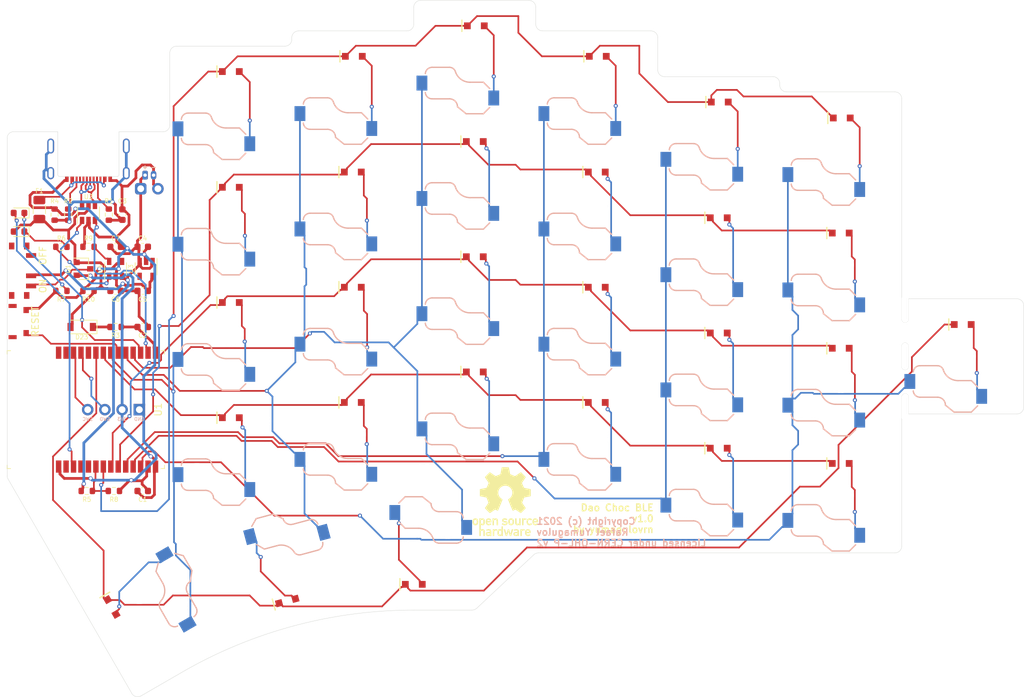
<source format=kicad_pcb>
(kicad_pcb (version 20211014) (generator pcbnew)
  (layers (0 "F.Cu" signal) (31 "B.Cu" signal) (34 "B.Paste" user) (35 "F.Paste" user) (36 "B.SilkS" user "B.Silkscreen") (37 "F.SilkS" user "F.Silkscreen") (38 "B.Mask" user) (39 "F.Mask" user) (44 "Edge.Cuts" user))
  (net 0 "")
  (net 1 "Net-(D1-Pad2)")
  (net 2 "ROW0")
  (net 3 "Net-(D2-Pad2)")
  (net 4 "Net-(D3-Pad2)")
  (net 5 "Net-(D4-Pad2)")
  (net 6 "Net-(D5-Pad2)")
  (net 7 "Net-(D6-Pad2)")
  (net 8 "Net-(D7-Pad2)")
  (net 9 "ROW1")
  (net 10 "Net-(D8-Pad2)")
  (net 11 "Net-(D9-Pad2)")
  (net 12 "Net-(D10-Pad2)")
  (net 13 "Net-(D11-Pad2)")
  (net 14 "Net-(D12-Pad2)")
  (net 15 "Net-(D13-Pad2)")
  (net 16 "ROW2")
  (net 17 "Net-(D14-Pad2)")
  (net 18 "Net-(D15-Pad2)")
  (net 19 "Net-(D16-Pad2)")
  (net 20 "Net-(D17-Pad2)")
  (net 21 "Net-(D18-Pad2)")
  (net 22 "Net-(D19-Pad2)")
  (net 23 "ROW3")
  (net 24 "Net-(D20-Pad2)")
  (net 25 "Net-(D21-Pad2)")
  (net 26 "Net-(D22-Pad2)")
  (net 27 "COL0")
  (net 28 "COL1")
  (net 29 "COL2")
  (net 30 "COL3")
  (net 31 "COL4")
  (net 32 "COL5")
  (net 33 "ROW4")
  (net 34 "Net-(K23-Pad2)")
  (net 35 "Net-(K24-Pad2)")
  (net 36 "Net-(K25-Pad2)")
  (net 37 "Net-(K26-Pad2)")
  (net 38 "Net-(K27-Pad2)")
  (net 39 "Net-(K28-Pad2)")
  (net 42 "Net-(J1-PadA5)")
  (net 43 "Net-(J1-PadB5)")
  (net 44 "VBAT")
  (net 45 "GND")
  (net 46 "+3V3")
  (net 47 "Net-(C2-Pad1)")
  (net 48 "GNDS")
  (net 49 "VBUS")
  (net 50 "REGBAT")
  (net 51 "Net-(D23-Pad1)")
  (net 52 "Net-(D24-Pad1)")
  (net 53 "BT_LED")
  (net 54 "Net-(F1-Pad2)")
  (net 55 "DBUS+")
  (net 56 "DBUS-")
  (net 57 "SWCLK")
  (net 58 "SWDIO")
  (net 59 "Net-(Q1-Pad3)")
  (net 60 "VSENSE")
  (net 61 "Net-(R9-Pad1)")
  (net 62 "RESET")
  (net 63 "D-")
  (net 64 "D+")
  (net 65 "Net-(R6-Pad1)")
  (net 67 "Net-(D25-Pad1)")
  (footprint "dao-choc-ble:D_SOD-323" (layer "F.Cu") (at 255 3.8272)
    (fp_text reference "D1" hide)
    (fp_text value "1N4148WS")
  )
  (footprint "dao-choc-ble:D_SOD-323" (layer "F.Cu") (at 237 1.5772)
    (fp_text reference "D2" hide)
    (fp_text value "1N4148WS")
  )
  (footprint "dao-choc-ble:D_SOD-323" (layer "F.Cu") (at 219 -5.1728)
    (fp_text reference "D3" hide)
    (fp_text value "1N4148WS")
  )
  (footprint "dao-choc-ble:D_SOD-323" (layer "F.Cu") (at 201 -9.6728)
    (fp_text reference "D4" hide)
    (fp_text value "1N4148WS")
  )
  (footprint "dao-choc-ble:D_SOD-323" (layer "F.Cu") (at 183 -5.1728)
    (fp_text reference "D5" hide)
    (fp_text value "1N4148WS")
  )
  (footprint "dao-choc-ble:D_SOD-323" (layer "F.Cu") (at 165 -2.9228)
    (fp_text reference "D6" hide)
    (fp_text value "1N4148WS")
  )
  (footprint "dao-choc-ble:D_SOD-323" (layer "F.Cu") (at 255 20.8272)
    (fp_text reference "D7" hide)
    (fp_text value "1N4148WS")
  )
  (footprint "dao-choc-ble:D_SOD-323" (layer "F.Cu") (at 237 18.5772)
    (fp_text reference "D8" hide)
    (fp_text value "1N4148WS")
  )
  (footprint "dao-choc-ble:D_SOD-323" (layer "F.Cu") (at 219 11.8272)
    (fp_text reference "D9" hide)
    (fp_text value "1N4148WS")
  )
  (footprint "dao-choc-ble:D_SOD-323" (layer "F.Cu") (at 201 7.3272)
    (fp_text reference "D10" hide)
    (fp_text value "1N4148WS")
  )
  (footprint "dao-choc-ble:D_SOD-323" (layer "F.Cu") (at 183 11.8272)
    (fp_text reference "D11" hide)
    (fp_text value "1N4148WS")
  )
  (footprint "dao-choc-ble:D_SOD-323" (layer "F.Cu") (at 165 14.0772)
    (fp_text reference "D12" hide)
    (fp_text value "1N4148WS")
  )
  (footprint "dao-choc-ble:D_SOD-323" (layer "F.Cu") (at 255 37.8272)
    (fp_text reference "D13" hide)
    (fp_text value "1N4148WS")
  )
  (footprint "dao-choc-ble:D_SOD-323" (layer "F.Cu") (at 237 35.5772)
    (fp_text reference "D14" hide)
    (fp_text value "1N4148WS")
  )
  (footprint "dao-choc-ble:D_SOD-323" (layer "F.Cu") (at 219 28.8272)
    (fp_text reference "D15" hide)
    (fp_text value "1N4148WS")
  )
  (footprint "dao-choc-ble:D_SOD-323" (layer "F.Cu") (at 201 24.3272)
    (fp_text reference "D16" hide)
    (fp_text value "1N4148WS")
  )
  (footprint "dao-choc-ble:D_SOD-323" (layer "F.Cu") (at 183 28.8272)
    (fp_text reference "D17" hide)
    (fp_text value "1N4148WS")
  )
  (footprint "dao-choc-ble:D_SOD-323" (layer "F.Cu") (at 165 31.0772)
    (fp_text reference "D18" hide)
    (fp_text value "1N4148WS")
  )
  (footprint "dao-choc-ble:D_SOD-323" (layer "F.Cu") (at 273 17.3272)
    (fp_text reference "D19" hide)
    (fp_text value "1N4148WS")
  )
  (footprint "dao-choc-ble:D_SOD-323" (layer "F.Cu") (at 192 55.6654)
    (fp_text reference "D20" hide)
    (fp_text value "1N4148WS")
  )
  (footprint "dao-choc-ble:D_SOD-323" (layer "F.Cu") (at 173.323 58.1242 15)
    (fp_text reference "D21" hide)
    (fp_text value "1N4148WS")
  )
  (footprint "dao-choc-ble:D_SOD-323" (layer "F.Cu") (at 147.432 59.0056 -60)
    (fp_text reference "D22" hide)
    (fp_text value "1N4148WS")
  )
  (footprint "dao-choc-ble:Kailh_PG1350_hotswap" (layer "F.Cu") (at 255 8.5272)
    (fp_text reference "K1")
    (fp_text value "KEY_SWITCH" hide)
  )
  (footprint "dao-choc-ble:Kailh_PG1350_hotswap" (layer "F.Cu") (at 237 6.2772)
    (fp_text reference "K2")
    (fp_text value "KEY_SWITCH" hide)
  )
  (footprint "dao-choc-ble:Kailh_PG1350_hotswap" (layer "F.Cu") (at 219 -0.4728)
    (fp_text reference "K3")
    (fp_text value "KEY_SWITCH" hide)
  )
  (footprint "dao-choc-ble:Kailh_PG1350_hotswap" (layer "F.Cu") (at 201 -4.9728)
    (fp_text reference "K4")
    (fp_text value "KEY_SWITCH" hide)
  )
  (footprint "dao-choc-ble:Kailh_PG1350_hotswap" (layer "F.Cu") (at 183 -0.4728)
    (fp_text reference "K5")
    (fp_text value "KEY_SWITCH" hide)
  )
  (footprint "dao-choc-ble:Kailh_PG1350_hotswap" (layer "F.Cu") (at 165 1.7772)
    (fp_text reference "K6")
    (fp_text value "KEY_SWITCH" hide)
  )
  (footprint "dao-choc-ble:Kailh_PG1350_hotswap" (layer "F.Cu") (at 255 25.5272)
    (fp_text reference "K7")
    (fp_text value "KEY_SWITCH" hide)
  )
  (footprint "dao-choc-ble:Kailh_PG1350_hotswap" (layer "F.Cu") (at 237 23.2772)
    (fp_text reference "K8")
    (fp_text value "KEY_SWITCH" hide)
  )
  (footprint "dao-choc-ble:Kailh_PG1350_hotswap" (layer "F.Cu") (at 219 16.5272)
    (fp_text reference "K9")
    (fp_text value "KEY_SWITCH" hide)
  )
  (footprint "dao-choc-ble:Kailh_PG1350_hotswap" (layer "F.Cu") (at 201 12.0272)
    (fp_text reference "K10")
    (fp_text value "KEY_SWITCH" hide)
  )
  (footprint "dao-choc-ble:Kailh_PG1350_hotswap" (layer "F.Cu") (at 183 16.5272)
    (fp_text reference "K11")
    (fp_text value "KEY_SWITCH" hide)
  )
  (footprint "dao-choc-ble:Kailh_PG1350_hotswap" (layer "F.Cu") (at 165 18.7772)
    (fp_text reference "K12")
    (fp_text value "KEY_SWITCH" hide)
  )
  (footprint "dao-choc-ble:Kailh_PG1350_hotswap" (layer "F.Cu") (at 255 42.5272)
    (fp_text reference "K13")
    (fp_text value "KEY_SWITCH" hide)
  )
  (footprint "dao-choc-ble:Kailh_PG1350_hotswap" (layer "F.Cu") (at 237 40.2772)
    (fp_text reference "K14")
    (fp_text value "KEY_SWITCH" hide)
  )
  (footprint "dao-choc-ble:Kailh_PG1350_hotswap" (layer "F.Cu") (at 219 33.5272)
    (fp_text reference "K15")
    (fp_text value "KEY_SWITCH" hide)
  )
  (footprint "dao-choc-ble:Kailh_PG1350_hotswap" (layer "F.Cu") (at 201 29.0272)
    (fp_text reference "K16")
    (fp_text value "KEY_SWITCH" hide)
  )
  (footprint "dao-choc-ble:Kailh_PG1350_hotswap" (layer "F.Cu") (at 183 33.5272)
    (fp_text reference "K17")
    (fp_text value "KEY_SWITCH" hide)
  )
  (footprint "dao-choc-ble:Kailh_PG1350_hotswap" (layer "F.Cu") (at 165 35.7772)
    (fp_text reference "K18")
    (fp_text value "KEY_SWITCH" hide)
  )
  (footprint "dao-choc-ble:Kailh_PG1350_hotswap" (layer "F.Cu") (at 273 22.0272)
    (fp_text reference "K19")
    (fp_text value "KEY_SWITCH" hide)
  )
  (footprint "dao-choc-ble:Kailh_PG1350_hotswap" (layer "F.Cu") (at 192 50.9654 180)
    (fp_text reference "K20")
    (fp_text value "KEY_SWITCH" hide)
  )
  (footprint "dao-choc-ble:Kailh_PG1350_hotswap" (layer "F.Cu") (at 172.107 53.5844 -165)
    (fp_text reference "K21")
    (fp_text value "KEY_SWITCH" hide)
  )
  (footprint "dao-choc-ble:Kailh_PG1350_hotswap" (layer "F.Cu") (at 151.502 56.6556 120)
    (fp_text reference "K22")
    (fp_text value "KEY_SWITCH" hide)
  )
  (footprint "dao-choc-ble:MINEW_MS88SF2" (layer "F.Cu") (at 132 29.8886 90)
    (fp_text reference "U1")
    (fp_text value "MS88SF2")
  )
  (footprint "dao-choc-ble:Hole_4.2mm" (layer "F.Cu") (at 246.293 17.0272)
    (fp_text reference "H1" hide)
    (fp_text value "MountingHole 4.2mm" hide)
  )
  (footprint "dao-choc-ble:Hole_4.2mm" (layer "F.Cu") (at 246.293 34.0272)
    (fp_text reference "H3" hide)
    (fp_text value "MountingHole 4.2mm" hide)
  )
  (footprint "dao-choc-ble:Hole_4.2mm" (layer "F.Cu") (at 193.969 39.9691)
    (fp_text reference "H4" hide)
    (fp_text value "MountingHole 4.2mm" hide)
  )
  (footprint "dao-choc-ble:Hole_4.2mm" (layer "F.Cu") (at 159.042 47.0987)
    (fp_text reference "H5" hide)
    (fp_text value "MountingHole 4.2mm" hide)
  )
  (footprint "dao-choc-ble:Hole_2.2mm" (layer "F.Cu") (at 152.9 -8.4531)
    (fp_text reference "H6" hide)
    (fp_text value "MountingHole 2.2mm" hide)
  )
  (footprint "dao-choc-ble:Hole_2.2mm" (layer "F.Cu") (at 135.1 -6.2964)
    (fp_text reference "H7" hide)
    (fp_text value "MountingHole 2.2mm" hide)
  )
  (footprint "dao-choc-ble:Hole_2.2mm" (layer "F.Cu") (at 138.526 45.0067)
    (fp_text reference "H8" hide)
    (fp_text value "MountingHole 2.2mm" hide)
  )
  (footprint "dao-choc-ble:USB-C_C168688" (layer "F.Cu") (at 144 -11.1114)
    (fp_text reference "J1" hide)
    (fp_text value "USB")
  )
  (footprint "Capacitor_SMD:C_0603_1608Metric" (layer "F.Cu") (at 152 17.6886)
    (fp_text reference "C2")
    (fp_text value "10uF")
  )
  (footprint "Capacitor_SMD:C_0603_1608Metric" (layer "F.Cu") (at 149 1.1114 -90)
    (fp_text reference "C3")
    (fp_text value "1nF")
  )
  (footprint "Diode_SMD:D_SOD-123" (layer "F.Cu") (at 143 17.6886 180)
    (fp_text reference "D23")
    (fp_text value "1N5819W")
  )
  (footprint "LED_SMD:LED_0603_1608Metric" (layer "F.Cu") (at 133.75 3.6114 180)
    (fp_text reference "D24" hide)
    (fp_text value "RED" hide)
  )
  (footprint "LED_SMD:LED_0603_1608Metric" (layer "F.Cu") (at 133.75 0.8614 180)
    (fp_text reference "D25" hide)
    (fp_text value "BLUE" hide)
  )
  (footprint "Resistor_SMD:R_0603_1608Metric" (layer "F.Cu") (at 148 17.6886)
    (fp_text reference "R3")
    (fp_text value "4.7")
  )
  (footprint "Resistor_SMD:R_0603_1608Metric" (layer "F.Cu") (at 139 1.1114 -90)
    (fp_text reference "R4")
    (fp_text value "1M")
  )
  (footprint "Resistor_SMD:R_0603_1608Metric" (layer "F.Cu") (at 141 1.1114 90)
    (fp_text reference "R2")
    (fp_text value "5.1k")
  )
  (footprint "dao-choc-ble:MSK-12C02" (layer "F.Cu") (at 132.5 9.3886 90)
    (fp_text reference "SW1" hide)
    (fp_text value "ON_OFF")
  )
  (footprint "dao-choc-ble:TS-1086E" (layer "F.Cu") (at 132.5 16.8886 90)
    (fp_text reference "SW2" hide)
    (fp_text value "RESET")
  )
  (footprint "Package_TO_SOT_SMD:SOT-23-6" (layer "F.Cu") (at 144 0.8614 90)
    (fp_text reference "U2")
    (fp_text value "USBLC6-2SC6")
  )
  (footprint "Fuse:Fuse_1206_3216Metric" (layer "F.Cu") (at 136.75 0.3614 90)
    (fp_text reference "F1")
    (fp_text value "500mA")
  )
  (footprint "Resistor_SMD:R_0603_1608Metric" (layer "F.Cu") (at 147 1.1114 90)
    (fp_text reference "R1")
    (fp_text value "5.1k")
  )
  (footprint "dao-choc-ble:Battery" (layer "F.Cu") (at 152.35 -4.7114)
    (fp_text reference "BT1" hide)
    (fp_text value "Battery_Cell")
  )
  (footprint "dao-choc-ble:Hole_4.2mm" (layer "F.Cu") (at 173.707 10.2772)
    (fp_text reference "H2" hide)
    (fp_text value "MountingHole 4.2mm" hide)
  )
  (footprint "Package_TO_SOT_SMD:SOT-23" (layer "F.Cu") (at 143.25 9.1114)
    (fp_text reference "Q1")
    (fp_text value "AO3401A")
  )
  (footprint "Resistor_SMD:R_0603_1608Metric" (layer "F.Cu") (at 144 12.3614)
    (fp_text reference "R10")
    (fp_text value "100k")
  )
  (footprint "Resistor_SMD:R_0603_1608Metric" (layer "F.Cu") (at 140 12.3614)
    (fp_text reference "R7")
    (fp_text value "1k")
  )
  (footprint "Package_TO_SOT_SMD:SOT-23-5" (layer "F.Cu") (at 152.5 9.1114 -90)
    (fp_text reference "U3")
    (fp_text value "XC6220")
  )
  (footprint "Capacitor_SMD:C_0603_1608Metric" (layer "F.Cu") (at 152 5.8614)
    (fp_text reference "C4")
    (fp_text value "10uF")
  )
  (footprint "Capacitor_SMD:C_0603_1608Metric" (layer "F.Cu") (at 152 12.3614 180)
    (fp_text reference "C5")
    (fp_text value "10uF")
  )
  (footprint "Capacitor_SMD:C_0603_1608Metric" (layer "F.Cu") (at 152 41.8886)
    (fp_text reference "C1")
    (fp_text value "10uF")
  )
  (footprint "Resistor_SMD:R_0603_1608Metric" (layer "F.Cu") (at 144 5.8614 180)
    (fp_text reference "R9")
    (fp_text value "RPROG")
  )
  (footprint "Resistor_SMD:R_0603_1608Metric" (layer "F.Cu") (at 140 5.8614)
    (fp_text reference "R6")
    (fp_text value "1k")
  )
  (footprint "Capacitor_SMD:C_0603_1608Metric" (layer "F.Cu") (at 148 12.3614)
    (fp_text reference "C6")
    (fp_text value "4.7uF")
  )
  (footprint "Capacitor_SMD:C_0603_1608Metric" (layer "F.Cu") (at 148 5.8614)
    (fp_text reference "C7")
    (fp_text value "4.7uF")
  )
  (footprint "Package_TO_SOT_SMD:SOT-23-5" (layer "F.Cu") (at 148 9.1114 90)
    (fp_text reference "U4")
    (fp_text value "MCP73831")
  )
  (footprint "Resistor_SMD:R_0603_1608Metric" (layer "F.Cu") (at 143.75 41.8886)
    (fp_text reference "R5")
    (fp_text value "806k")
  )
  (footprint "Resistor_SMD:R_0603_1608Metric" (layer "F.Cu") (at 147.75 41.8886)
    (fp_text reference "R8")
    (fp_text value "2M")
  )
  (footprint "dao-choc-ble:Slot" (layer "F.Cu") (at 264.499999 22.027204)
    (fp_text reference "H9" hide)
    (fp_text value "Slot" hide)
  )
  (footprint "dao-choc-ble:OSHW-logo" (layer "F.Cu") (at 205.5 43.4654)
    (fp_text reference "LOGO1" hide)
    (fp_text value "OSHW-logo" hide)
  )
  (footprint "dao-choc-ble:Kailh_PG1350_hotswap" (layer "F.Cu") (at 201 -22)
    (fp_text reference "K26")
    (fp_text value "KEY_SWITCH" hide)
  )
  (footprint "dao-choc-ble:Kailh_PG1350_hotswap" (layer "F.Cu") (at 255 -8.5)
    (fp_text reference "K23")
    (fp_text value "KEY_SWITCH" hide)
  )
  (footprint "dao-choc-ble:D_SOD-323" (layer "F.Cu") (at 201.15 -26.75)
    (fp_text reference "D29" hide)
    (fp_text value "1N4148WS")
  )
  (footprint "dao-choc-ble:Kailh_PG1350_hotswap" (layer "F.Cu") (at 183 -17.5)
    (fp_text reference "K27")
    (fp_text value "KEY_SWITCH" hide)
  )
  (footprint "dao-choc-ble:D_SOD-323" (layer "F.Cu") (at 237.15 -15.5)
    (fp_text reference "D27" hide)
    (fp_text value "1N4148WS")
  )
  (footprint "dao-choc-ble:D_SOD-323" (layer "F.Cu") (at 219.15 -22.25)
    (fp_text reference "D28" hide)
    (fp_text value "1N4148WS")
  )
  (footprint "dao-choc-ble:D_SOD-323" (layer "F.Cu") (at 165 -20)
    (fp_text reference "D31" hide)
    (fp_text value "1N4148WS")
  )
  (footprint "dao-choc-ble:Kailh_PG1350_hotswap" (layer "F.Cu") (at 237 -10.75)
    (fp_text reference "K24")
    (fp_text value "KEY_SWITCH" hide)
  )
  (footprint "dao-choc-ble:D_SOD-323" (layer "F.Cu") (at 183.15 -22.25)
    (fp_text reference "D30" hide)
    (fp_text value "1N4148WS")
  )
  (footprint "dao-choc-ble:Kailh_PG1350_hotswap" (layer "F.Cu") (at 165 -15.25)
    (fp_text reference "K28")
    (fp_text value "KEY_SWITCH" hide)
  )
  (footprint "dao-choc-ble:Kailh_PG1350_hotswap" (layer "F.Cu") (at 219 -17.5)
    (fp_text reference "K25")
    (fp_text value "KEY_SWITCH" hide)
  )
  (footprint "dao-choc-ble:D_SOD-323" (layer "F.Cu") (at 255.15 -13.15)
    (fp_text reference "D26" hide)
    (fp_text value "1N4148WS")
  )
  (footprint "dao-choc-ble:PROG" (layer "B.Cu") (at 151.5 29.8886 90)
    (fp_text reference "J2" hide)
    (fp_text value "PROG")
  )
  (gr_line (start 264 50.027204) (end 264 28.027204) (layer "Edge.Cuts") (width 0.05))
  (gr_line (start 210 -27) (end 210 -29.5) (layer "Edge.Cuts") (width 0.05))
  (gr_arc (start 245 -19.25) (mid 245.707107 -18.957107) (end 246 -18.25) (layer "Edge.Cuts") (width 0.05))
  (gr_line (start 139.475001 -11.116515) (end 132.85296 -11.116515) (layer "Edge.Cuts") (width 0.05))
  (gr_arc (start 151.756929 72.124099) (mid 150.99811 72.223999) (end 150.390903 71.758073) (layer "Edge.Cuts") (width 0.05))
  (gr_arc (start 132.133975 40.136145) (mid 132.034075 39.894964) (end 132 39.636145) (layer "Edge.Cuts") (width 0.05))
  (gr_arc (start 264 50.027204) (mid 263.707107 50.73431) (end 263.000001 51.027203) (layer "Edge.Cuts") (width 0.05))
  (gr_arc (start 192 -27) (mid 191.707107 -26.292893) (end 191 -26) (layer "Edge.Cuts") (width 0.05))
  (gr_arc (start 264 20.527204) (mid 264.499999 20.027205) (end 264.999998 20.527204) (layer "Edge.Cuts") (width 0.05))
  (gr_arc (start 201.2885 59.194867) (mid 200.972287 59.395278) (end 200.604531 59.465356) (layer "Edge.Cuts") (width 0.05))
  (gr_line (start 228 -20.25) (end 228 -25) (layer "Edge.Cuts") (width 0.05))
  (gr_arc (start 192 -29.5) (mid 192.292893 -30.207107) (end 193 -30.5) (layer "Edge.Cuts") (width 0.05))
  (gr_line (start 263 -17) (end 247 -17) (layer "Edge.Cuts") (width 0.05))
  (gr_line (start 151.756929 72.124099) (end 158.25212 68.374099) (layer "Edge.Cuts") (width 0.05))
  (gr_arc (start 264.999999 23.527204) (mid 264.499999 24.027204) (end 263.999999 23.527204) (layer "Edge.Cuts") (width 0.05))
  (gr_arc (start 158.25212 68.374099) (mid 166.069989 64.573438) (end 174.306668 61.794728) (layer "Edge.Cuts") (width 0.05))
  (gr_arc (start 227 -26) (mid 227.707107 -25.707107) (end 228 -25) (layer "Edge.Cuts") (width 0.05))
  (gr_arc (start 174 -24.75) (mid 173.707107 -24.042893) (end 173 -23.75) (layer "Edge.Cuts") (width 0.05))
  (gr_line (start 201.2885 59.194867) (end 209.711501 51.297693) (layer "Edge.Cuts") (width 0.05))
  (gr_arc (start 247 -17) (mid 246.292893 -17.292893) (end 246 -18) (layer "Edge.Cuts") (width 0.05))
  (gr_line (start 227 -26) (end 211 -26) (layer "Edge.Cuts") (width 0.05))
  (gr_line (start 148.275001 -4.516515) (end 139.725001 -4.516515) (layer "Edge.Cuts") (width 0.05))
  (gr_line (start 264 16.527204) (end 264 -16) (layer "Edge.Cuts") (width 0.05))
  (gr_line (start 174 -25) (end 174 -24.75) (layer "Edge.Cuts") (width 0.05))
  (gr_arc (start 209.711501 51.297693) (mid 210.027714 51.097282) (end 210.39547 51.027204) (layer "Edge.Cuts") (width 0.05))
  (gr_line (start 264 23.527204) (end 264 20.527204) (layer "Edge.Cuts") (width 0.05))
  (gr_line (start 191 -26) (end 175 -26) (layer "Edge.Cuts") (width 0.05))
  (gr_line (start 246 -18) (end 246 -18.25) (layer "Edge.Cuts") (width 0.05))
  (gr_arc (start 211 -26) (mid 210.292893 -26.292893) (end 210 -27) (layer "Edge.Cuts") (width 0.05))
  (gr_line (start 245 -19.25) (end 229 -19.25) (layer "Edge.Cuts") (width 0.05))
  (gr_arc (start 139.725001 -4.516515) (mid 139.548224 -4.589738) (end 139.475001 -4.766515) (layer "Edge.Cuts") (width 0.05))
  (gr_line (start 132.133975 40.136145) (end 150.390904 71.758073) (layer "Edge.Cuts") (width 0.05))
  (gr_line (start 210.39547 51.027204) (end 263.000001 51.027204) (layer "Edge.Cuts") (width 0.05))
  (gr_arc (start 148.5 -4.75) (mid 148.437127 -4.585434) (end 148.275001 -4.516515) (layer "Edge.Cuts") (width 0.05))
  (gr_line (start 192 59.465356) (end 200.604531 59.465356) (layer "Edge.Cuts") (width 0.05))
  (gr_line (start 192 -29.5) (end 192 -27) (layer "Edge.Cuts") (width 0.05))
  (gr_arc (start 280.999999 13.527204) (mid 281.707106 13.820097) (end 281.999999 14.527204) (layer "Edge.Cuts") (width 0.05))
  (gr_arc (start 264 28.027204) (mid 264.499999 27.527205) (end 264.999998 28.027204) (layer "Edge.Cuts") (width 0.05))
  (gr_line (start 148.5 -11.116515) (end 148.5 -4.75) (layer "Edge.Cuts") (width 0.05))
  (gr_line (start 173 -23.75) (end 157 -23.75) (layer "Edge.Cuts") (width 0.05))
  (gr_arc (start 209 -30.5) (mid 209.707107 -30.207107) (end 210 -29.5) (layer "Edge.Cuts") (width 0.05))
  (gr_arc (start 174 -25) (mid 174.292893 -25.707107) (end 175 -26) (layer "Edge.Cuts") (width 0.05))
  (gr_line (start 264.999999 28.027204) (end 265 30.527203) (layer "Edge.Cuts") (width 0.05))
  (gr_arc (start 174.306668 61.794727) (mid 183.076997 60.0502) (end 192.000001 59.465355) (layer "Edge.Cuts") (width 0.05))
  (gr_arc (start 263 -17) (mid 263.707107 -16.707107) (end 264 -16) (layer "Edge.Cuts") (width 0.05))
  (gr_line (start 132 -10.116515) (end 132 39.636145) (layer "Edge.Cuts") (width 0.05))
  (gr_line (start 264.999999 13.527204) (end 264.999999 16.527204) (layer "Edge.Cuts") (width 0.05))
  (gr_arc (start 156 -22.75) (mid 156.292893 -23.457107) (end 157 -23.75) (layer "Edge.Cuts") (width 0.05))
  (gr_line (start 155 -11.116515) (end 148.5 -11.116515) (layer "Edge.Cuts") (width 0.05))
  (gr_line (start 139.475001 -4.766515) (end 139.475001 -11.116515) (layer "Edge.Cuts") (width 0.05))
  (gr_arc (start 281.999999 29.527203) (mid 281.707106 30.23431) (end 280.999999 30.527203) (layer "Edge.Cuts") (width 0.05))
  (gr_line (start 209 -30.5) (end 193 -30.5) (layer "Edge.Cuts") (width 0.05))
  (gr_arc (start 132 -10.116515) (mid 132.219249 -10.793275) (end 132.85296 -11.116515) (layer "Edge.Cuts") (width 0.05))
  (gr_line (start 156 -22.75) (end 156 -12.116515) (layer "Edge.Cuts") (width 0.05))
  (gr_line (start 265 30.527203) (end 280.999999 30.527204) (layer "Edge.Cuts") (width 0.05))
  (gr_line (start 280.999999 13.527204) (end 264.999999 13.527204) (layer "Edge.Cuts") (width 0.05))
  (gr_arc (start 156 -12.116515) (mid 155.707107 -11.409408) (end 155 -11.116515) (layer "Edge.Cuts") (width 0.05))
  (gr_arc (start 229 -19.25) (mid 228.292893 -19.542893) (end 228 -20.25) (layer "Edge.Cuts") (width 0.05))
  (gr_line (start 264.999999 20.527204) (end 264.999999 23.527204) (layer "Edge.Cuts") (width 0.05))
  (gr_line (start 281.999999 29.527203) (end 281.999999 14.527204) (layer "Edge.Cuts") (width 0.05))
  (gr_arc (start 264.999999 16.527204) (mid 264.499999 17.027204) (end 263.999999 16.527204) (layer "Edge.Cuts") (width 0.05))
  (gr_text "Copyright (c) 2021\nRafael Yumagulov\nLicensed under CERN-OHL-P v2" (at 210 47.9654) (layer "B.SilkS") (effects (font (size 1 1) (thickness 0.2)) (justify right mirror)))
  (gr_text "Dao Choc BLE\nv1.0\nby yumagulovrn" (at 227.5 45.9654) (layer "F.SilkS") (effects (font (size 1 1) (thickness 0.2)) (justify right)))
  (segment (start 256.625 7.2877) (end 257.0801 7.7428) (width 0.25) (layer "F.Cu") (net 1))
  (segment (start 257.0801 7.7428) (end 257.0801 10.9852) (width 0.25) (layer "F.Cu") (net 1))
  (segment (start 256.625 4.2022) (end 256.625 4.3272) (width 0.25) (layer "F.Cu") (net 1))
  (segment (start 256.625 4.3272) (end 256.625 7.2877) (width 0.25) (layer "F.Cu") (net 1))
  (segment (start 256.25 3.8272) (end 256.625 4.2022) (width 0.25) (layer "F.Cu") (net 1))
  (via (at 257.0801 10.9852) (size 0.6) (drill 0.3) (layers "F.Cu" "B.Cu") (net 1))
  (segment (start 257.125 13.3272) (end 257.125 13.4522) (width 0.25) (layer "B.Cu") (net 1))
  (segment (start 257.125 13.4522) (end 257.8 14.4272) (width 0.25) (layer "B.Cu") (net 1))
  (segment (start 257.0801 10.9852) (end 257.125 11.0301) (width 0.25) (layer "B.Cu") (net 1))
  (segment (start 257.125 11.0301) (end 257.125 13.3272) (width 0.25) (layer "B.Cu") (net 1))
  (segment (start 181.375 -4.7978) (end 181.25 -4.7978) (width 0.25) (layer "F.Cu") (net 2))
  (segment (start 218.125 -4.621) (end 218.125 -4.6728) (width 0.25) (layer "F.Cu") (net 2))
  (segment (start 253.375 3.4522) (end 253.25 3.4522) (width 0.25) (layer "F.Cu") (net 2))
  (segment (start 236.125 2.0772) (end 236.125 1.9522) (width 0.25) (layer "F.Cu") (net 2))
  (segment (start 223.9482 1.2022) (end 218.125 -4.621) (width 0.25) (layer "F.Cu") (net 2))
  (segment (start 236.125 1.9522) (end 235.75 1.5772) (width 0.25) (layer "F.Cu") (net 2))
  (segment (start 148.665 37.3886) (end 148.665 37.5136) (width 0.25) (layer "F.Cu") (net 2))
  (segment (start 218.125 -4.7978) (end 217.75 -5.1728) (width 0.25) (layer "F.Cu") (net 2))
  (segment (start 235.375 1.2022) (end 235.25 1.2022) (width 0.25) (layer "F.Cu") (net 2))
  (segment (start 207.7288 -5.5478) (end 207.0283 -6.2483) (width 0.25) (layer "F.Cu") (net 2))
  (segment (start 218.125 -4.6728) (end 218.125 -4.7978) (width 0.25) (layer "F.Cu") (net 2))
  (segment (start 182.125 -5.7246) (end 182.125 -5.6728) (width 0.25) (layer "F.Cu") (net 2))
  (segment (start 235.75 1.5772) (end 235.375 1.2022) (width 0.25) (layer "F.Cu") (net 2))
  (segment (start 181.75 -5.1728) (end 181.375 -4.7978) (width 0.25) (layer "F.Cu") (net 2))
  (segment (start 164.125 -3.4746) (end 164.125 -3.4228) (width 0.25) (layer "F.Cu") (net 2))
  (segment (start 200.125 -9.2978) (end 199.75 -9.6728) (width 0.25) (layer "F.Cu") (net 2))
  (segment (start 161.875001 -1.047801) (end 163.75 -2.9228) (width 0.25) (layer "F.Cu") (net 2))
  (segment (start 236.125 2.129) (end 236.125 2.0772) (width 0.25) (layer "F.Cu") (net 2))
  (segment (start 164.125 -3.4228) (end 164.125 -3.2978) (width 0.25) (layer "F.Cu") (net 2))
  (segment (start 217.25 -5.5478) (end 207.7288 -5.5478) (width 0.25) (layer "F.Cu") (net 2))
  (segment (start 161.875001 12.982999) (end 161.875001 -1.047801) (width 0.25) (layer "F.Cu") (net 2))
  (segment (start 157.312731 17.545269) (end 161.875001 12.982999) (width 0.25) (layer "F.Cu") (net 2))
  (segment (start 154.4854 17.545269) (end 157.312731 17.545269) (width 0.25) (layer "F.Cu") (net 2))
  (segment (start 217.75 -5.1728) (end 217.375 -5.5478) (width 0.25) (layer "F.Cu") (net 2))
  (segment (start 165.4482 -4.7978) (end 164.125 -3.4746) (width 0.25) (layer "F.Cu") (net 2))
  (segment (start 199.375 -9.2978) (end 199.25 -9.2978) (width 0.25) (layer "F.Cu") (net 2))
  (segment (start 153.5351 27.6306) (end 153.5351 30.1545) (width 0.25) (layer "F.Cu") (net 2))
  (segment (start 200.125 -9.1728) (end 200.125 -9.2978) (width 0.25) (layer "F.Cu") (net 2))
  (segment (start 253.75 3.8272) (end 253.375 3.4522) (width 0.25) (layer "F.Cu") (net 2))
  (segment (start 182.125 -5.5478) (end 181.75 -5.1728) (width 0.25) (layer "F.Cu") (net 2))
  (segment (start 148.665 35.0246) (end 148.665 37.3886) (width 0.25) (layer "F.Cu") (net 2))
  (segment (start 200.125 -9.121) (end 200.125 -9.1728) (width 0.25) (layer "F.Cu") (net 2))
  (segment (start 202.9977 -6.2483) (end 200.125 -9.121) (width 0.25) (layer "F.Cu") (net 2))
  (segment (start 207.0283 -6.2483) (end 202.9977 -6.2483) (width 0.25) (layer "F.Cu") (net 2))
  (segment (start 237.4482 3.4522) (end 236.125 2.129) (width 0.25) (layer "F.Cu") (net 2))
  (segment (start 164.125 -3.2978) (end 163.75 -2.9228) (width 0.25) (layer "F.Cu") (net 2))
  (segment (start 181.25 -4.7978) (end 165.4482 -4.7978) (width 0.25) (layer "F.Cu") (net 2))
  (segment (start 199.25 -9.2978) (end 185.6982 -9.2978) (width 0.25) (layer "F.Cu") (net 2))
  (segment (start 148.665 37.5136) (end 148.39 38.2886) (width 0.25) (layer "F.Cu") (net 2))
  (segment (start 253.25 3.4522) (end 237.4482 3.4522) (width 0.25) (layer "F.Cu") (net 2))
  (segment (start 182.125 -5.6728) (end 182.125 -5.5478) (width 0.25) (layer "F.Cu") (net 2))
  (segment (start 199.75 -9.6728) (end 199.375 -9.2978) (width 0.25) (layer "F.Cu") (net 2))
  (segment (start 185.6982 -9.2978) (end 182.125 -5.7246) (width 0.25) (layer "F.Cu") (net 2))
  (segment (start 235.25 1.2022) (end 223.9482 1.2022) (width 0.25) (layer "F.Cu") (net 2))
  (segment (start 217.375 -5.5478) (end 217.25 -5.5478) (width 0.25) (layer "F.Cu") (net 2))
  (segment (start 153.5351 30.1545) (end 148.665 35.0246) (width 0.25) (layer "F.Cu") (net 2))
  (via (at 153.5351 27.6306) (size 0.6) (drill 0.3) (layers "F.Cu" "B.Cu") (net 2))
  (via (at 154.4854 17.545269) (size 0.6) (drill 0.3) (layers "F.Cu" "B.Cu") (net 2))
  (segment (start 153.5351 24.4547) (end 154.4109 23.5789) (width 0.25) (layer "B.Cu") (net 2))
  (segment (start 154.4109 17.619769) (end 154.4854 17.545269) (width 0.25) (layer "B.Cu") (net 2))
  (segment (start 153.5351 27.6306) (end 153.5351 24.4547) (width 0.25) (layer "B.Cu") (net 2))
  (segment (start 154.4109 23.5789) (end 154.4109 17.619769) (width 0.25) (layer "B.Cu") (net 2))
  (segment (start 238.25 1.5772) (end 238.5647 1.9522) (width 0.25) (layer "F.Cu") (net 3))
  (segment (start 238.5647 1.9522) (end 238.5647 2.0772) (width 0.25) (layer "F.Cu") (net 3))
  (segment (start 238.5647 2.0772) (end 238.5647 2.5772) (width 0.25) (layer "F.Cu") (net 3))
  (via (at 238.5647 2.5772) (size 0.6) (drill 0.3) (layers "F.Cu" "B.Cu") (net 3))
  (segment (start 239.125 3.1375) (end 239.125 11.0772) (width 0.25) (layer "B.Cu") (net 3))
  (segment (start 238.5647 2.5772) (end 239.125 3.1375) (width 0.25) (layer "B.Cu") (net 3))
  (segment (start 239.125 11.2022) (end 239.8 12.1772) (width 0.25) (layer "B.Cu") (net 3))
  (segment (start 239.125 11.0772) (end 239.125 11.2022) (width 0.25) (layer "B.Cu") (net 3))
  (segment (start 220.25 -5.1728) (end 220.6066 -4.7978) (width 0.25) (layer "F.Cu") (net 4))
  (segment (start 220.6066 -4.6728) (end 220.6066 -4.1728) (width 0.25) (layer "F.Cu") (net 4))
  (segment (start 220.6066 -4.7978) (end 220.6066 -4.6728) (width 0.25) (layer "F.Cu") (net 4))
  (via (at 220.6066 -4.1728) (size 0.6) (drill 0.3) (layers "F.Cu" "B.Cu") (net 4))
  (segment (start 221.125 4.3272) (end 221.125 4.4522) (width 0.25) (layer "B.Cu") (net 4))
  (segment (start 220.6066 -4.1728) (end 221.125 -3.6544) (width 0.25) (layer "B.Cu") (net 4))
  (segment (start 221.125 -3.6544) (end 221.125 4.3272) (width 0.25) (layer "B.Cu") (net 4))
  (segment (start 221.125 4.4522) (end 221.8 5.4272) (width 0.25) (layer "B.Cu") (net 4))
  (segment (start 202.625 -9.1728) (end 202.625 -8.7706) (width 0.25) (layer "F.Cu") (net 5))
  (segment (start 202.625 -8.7706) (end 202.7228 -8.6728) (width 0.25) (layer "F.Cu") (net 5))
  (segment (start 202.625 -9.2978) (end 202.625 -9.1728) (width 0.25) (layer "F.Cu") (net 5))
  (segment (start 202.25 -9.6728) (end 202.625 -9.2978) (width 0.25) (layer "F.Cu") (net 5))
  (via (at 202.7228 -8.6728) (size 0.6) (drill 0.3) (layers "F.Cu" "B.Cu") (net 5))
  (segment (start 203.125 -8.2706) (end 203.125 -0.1728) (width 0.25) (layer "B.Cu") (net 5))
  (segment (start 202.7228 -8.6728) (end 203.125 -8.2706) (width 0.25) (layer "B.Cu") (net 5))
  (segment (start 203.125 -0.0478) (end 203.8 0.9272) (width 0.25) (layer "B.Cu") (net 5))
  (segment (start 203.125 -0.1728) (end 203.125 -0.0478) (width 0.25) (layer "B.Cu") (net 5))
  (segment (start 184.625 -1.7122) (end 185.0801 -1.2571) (width 0.25) (layer "F.Cu") (net 6))
  (segment (start 184.25 -5.1728) (end 184.625 -4.7978) (width 0.25) (layer "F.Cu") (net 6))
  (segment (start 184.625 -4.6728) (end 184.625 -1.7122) (width 0.25) (layer "F.Cu") (net 6))
  (segment (start 184.625 -4.7978) (end 184.625 -4.6728) (width 0.25) (layer "F.Cu") (net 6))
  (segment (start 185.0801 -1.2571) (end 185.0801 1.9852) (width 0.25) (layer "F.Cu") (net 6))
  (via (at 185.0801 1.9852) (size 0.6) (drill 0.3) (layers "F.Cu" "B.Cu") (net 6))
  (segment (start 185.125 4.3272) (end 185.125 4.4522) (width 0.25) (layer "B.Cu") (net 6))
  (segment (start 185.125 2.0301) (end 185.125 4.3272) (width 0.25) (layer "B.Cu") (net 6))
  (segment (start 185.0801 1.9852) (end 185.125 2.0301) (width 0.25) (layer "B.Cu") (net 6))
  (segment (start 185.125 4.4522) (end 185.8 5.4272) (width 0.25) (layer "B.Cu") (net 6))
  (segment (start 166.25 -2.9228) (end 166.625 -2.5478) (width 0.25) (layer "F.Cu") (net 7))
  (segment (start 166.625 -2.5478) (end 166.625 -2.4228) (width 0.25) (layer "F.Cu") (net 7))
  (segment (start 167.0801 0.9928) (end 167.0801 4.2352) (width 0.25) (layer "F.Cu") (net 7))
  (segment (start 166.625 0.5377) (end 167.0801 0.9928) (width 0.25) (layer "F.Cu") (net 7))
  (segment (start 166.625 -2.4228) (end 166.625 0.5377) (width 0.25) (layer "F.Cu") (net 7))
  (via (at 167.0801 4.2352) (size 0.6) (drill 0.3) (layers "F.Cu" "B.Cu") (net 7))
  (segment (start 167.125 4.2801) (end 167.125 6.5772) (width 0.25) (layer "B.Cu") (net 7))
  (segment (start 167.0801 4.2352) (end 167.125 4.2801) (width 0.25) (layer "B.Cu") (net 7))
  (segment (start 167.125 6.5772) (end 167.125 6.7022) (width 0.25) (layer "B.Cu") (net 7))
  (segment (start 167.125 6.7022) (end 167.8 7.6772) (width 0.25) (layer "B.Cu") (net 7))
  (segment (start 256.625 21.3272) (end 256.625 24.2877) (width 0.25) (layer "F.Cu") (net 8))
  (segment (start 256.625 21.2022) (end 256.625 21.3272) (width 0.25) (layer "F.Cu") (net 8))
  (segment (start 256.625 24.2877) (end 257.0903 24.753) (width 0.25) (layer "F.Cu") (net 8))
  (segment (start 257.0903 24.753) (end 257.0903 28.4923) (width 0.25) (layer "F.Cu") (net 8))
  (segment (start 256.25 20.8272) (end 256.625 21.2022) (width 0.25) (layer "F.Cu") (net 8))
  (via (at 257.0903 28.4923) (size 0.6) (drill 0.3) (layers "F.Cu" "B.Cu") (net 8))
  (segment (start 257.125 28.527) (end 257.125 30.3272) (width 0.25) (layer "B.Cu") (net 8))
  (segment (start 257.125 30.4522) (end 257.8 31.4272) (width 0.25) (layer "B.Cu") (net 8))
  (segment (start 257.0903 28.4923) (end 257.125 28.527) (width 0.25) (layer "B.Cu") (net 8))
  (segment (start 257.125 30.3272) (end 257.125 30.4522) (width 0.25) (layer "B.Cu") (net 8))
  (segment (start 236.125 18.9522) (end 235.75 18.5772) (width 0.25) (layer "F.Cu") (net 9))
  (segment (start 163.25 14.4522) (end 162.0212 14.4522) (width 0.25) (layer "F.Cu") (net 9))
  (segment (start 217.75 11.8272) (end 217.375 11.4522) (width 0.25) (layer "F.Cu") (net 9))
  (segment (start 182.125 11.4522) (end 181.75 11.8272) (width 0.25) (layer "F.Cu") (net 9))
  (segment (start 150.05 30.8493) (end 147.565 33.3343) (width 0.25) (layer "F.Cu") (net 9))
  (segment (start 236.125 19.0772) (end 236.125 18.9522) (width 0.25) (layer "F.Cu") (net 9))
  (segment (start 207.7288 11.4522) (end 207.0283 10.7517) (width 0.25) (layer "F.Cu") (net 9))
  (segment (start 154.715 21.7584) (end 154.715 22.5646) (width 0.25) (layer "F.Cu") (net 9))
  (segment (start 182.125 11.3272) (end 182.125 11.4522) (width 0.25) (layer "F.Cu") (net 9))
  (segment (start 185.6982 7.7022) (end 182.125 11.2754) (width 0.25) (layer "F.Cu") (net 9))
  (segment (start 162.0212 14.4522) (end 154.715 21.7584) (width 0.25) (layer "F.Cu") (net 9))
  (segment (start 218.125 12.2022) (end 217.75 11.8272) (width 0.25) (layer "F.Cu") (net 9))
  (segment (start 236.125 19.129) (end 236.125 19.0772) (width 0.25) (layer "F.Cu") (net 9))
  (segment (start 199.25 7.7022) (end 185.6982 7.7022) (width 0.25) (layer "F.Cu") (net 9))
  (segment (start 253.75 20.8272) (end 253.375 20.4522) (width 0.25) (layer "F.Cu") (net 9))
  (segment (start 181.25 12.2022) (end 181.1982 12.2022) (width 0.25) (layer "F.Cu") (net 9))
  (segment (start 147.565 37.5136) (end 147.29 38.2886) (width 0.25) (layer "F.Cu") (net 9))
  (segment (start 181.375 12.2022) (end 181.25 12.2022) (width 0.25) (layer "F.Cu") (net 9))
  (segment (start 164.125 13.5254) (end 164.125 13.5772) (width 0.25) (layer "F.Cu") (net 9))
  (segment (start 235.375 18.2022) (end 235.25 18.2022) (width 0.25) (layer "F.Cu") (net 9))
  (segment (start 164.125 13.5772) (end 164.125 13.7022) (width 0.25) (layer "F.Cu") (net 9))
  (segment (start 200.125 7.8272) (end 200.125 7.7022) (width 0.25) (layer "F.Cu") (net 9))
  (segment (start 163.75 14.0772) (end 163.375 14.4522) (width 0.25) (layer "F.Cu") (net 9))
  (segment (start 237.4482 20.4522) (end 236.125 19.129) (width 0.25) (layer "F.Cu") (net 9))
  (segment (start 253.25 20.4522) (end 237.4482 20.4522) (width 0.25) (layer "F.Cu") (net 9))
  (segment (start 200.125 7.879) (end 200.125 7.8272) (width 0.25) (layer "F.Cu") (net 9))
  (segment (start 154.291 22.9886) (end 152.9859 22.9886) (width 0.25) (layer "F.Cu") (net 9))
  (segment (start 207.0283 10.7517) (end 202.9977 10.7517) (width 0.25) (layer "F.Cu") (net 9))
  (segment (start 217.375 11.4522) (end 217.25 11.4522) (width 0.25) (layer "F.Cu") (net 9))
  (segment (start 181.1982 12.2022) (end 180.2482 13.1522) (width 0.25) (layer "F.Cu") (net 9))
  (segment (start 253.375 20.4522) (end 253.25 20.4522) (width 0.25) (layer "F.Cu") (net 9))
  (segment (start 164.4982 13.1522) (end 164.125 13.5254) (width 0.25) (layer "F.Cu") (net 9))
  (segment (start 235.75 18.5772) (end 235.375 18.2022) (width 0.25) (layer "F.Cu") (net 9))
  (segment (start 163.375 14.4522) (end 163.25 14.4522) (width 0.25) (layer "F.Cu") (net 9))
  (segment (start 217.25 11.4522) (end 207.7288 11.4522) (width 0.25) (layer "F.Cu") (net 9))
  (segment (start 199.75 7.3272) (end 199.375 7.7022) (width 0.25) (layer "F.Cu") (net 9))
  (segment (start 180.2482 13.1522) (end 164.4982 13.1522) (width 0.25) (layer "F.Cu") (net 9))
  (segment (start 202.9977 10.7517) (end 200.125 7.879) (width 0.25) (layer "F.Cu") (net 9))
  (segment (start 218.125 12.3272) (end 218.125 12.2022) (width 0.25) (layer "F.Cu") (net 9))
  (segment (start 147.565 33.3343) (end 147.565 37.3886) (width 0.25) (layer "F.Cu") (net 9))
  (segment (start 223.9482 18.2022) (end 218.125 12.379) (width 0.25) (layer "F.Cu") (net 9))
  (segment (start 147.565 37.3886) (end 147.565 37.5136) (width 0.25) (layer "F.Cu") (net 9))
  (segment (start 199.375 7.7022) (end 199.25 7.7022) (width 0.25) (layer "F.Cu") (net 9))
  (segment (start 181.75 11.8272) (end 181.375 12.2022) (width 0.25) (layer "F.Cu") (net 9))
  (segment (start 235.25 18.2022) (end 223.9482 18.2022) (width 0.25) (layer "F.Cu") (net 9))
  (segment (start 182.125 11.2754) (end 182.125 11.3272) (width 0.25) (layer "F.Cu") (net 9))
  (segment (start 200.125 7.7022) (end 199.75 7.3272) (width 0.25) (layer "F.Cu") (net 9))
  (segment (start 154.715 22.5646) (end 154.291 22.9886) (width 0.25) (layer "F.Cu") (net 9))
  (segment (start 164.125 13.7022) (end 163.75 14.0772) (width 0.25) (layer "F.Cu") (net 9))
  (segment (start 218.125 12.379) (end 218.125 12.3272) (width 0.25) (layer "F.Cu") (net 9))
  (via (at 152.9859 22.9886) (size 0.6) (drill 0.3) (layers "F.Cu" "B.Cu") (net 9))
  (via (at 150.05 30.8493) (size 0.6) (drill 0.3) (layers "F.Cu" "B.Cu") (net 9))
  (segment (start 152.9859 22.9886) (end 150.225 25.7495) (width 0.25) (layer "B.Cu") (net 9))
  (segment (start 150.23 29.3625) (end 150.23 30.6693) (width 0.25) (layer "B.Cu") (net 9))
  (segment (start 150.23 30.6693) (end 150.05 30.8493) (width 0.25) (layer "B.Cu") (net 9))
  (segment (start 150.225 29.3575) (end 150.23 29.3625) (width 0.25) (layer "B.Cu") (net 9))
  (segment (start 150.225 25.7495) (end 150.225 29.3575) (width 0.25) (layer "B.Cu") (net 9))
  (segment (start 238.5649 18.9522) (end 238.5649 19.0772) (width 0.25) (layer "F.Cu") (net 10))
  (segment (start 238.25 18.5772) (end 238.5649 18.9522) (width 0.25) (layer "F.Cu") (net 10))
  (segment (start 238.5649 19.0772) (end 238.5649 19.5772) (width 0.25) (layer "F.Cu") (net 10))
  (via (at 238.5649 19.5772) (size 0.6) (drill 0.3) (layers "F.Cu" "B.Cu") (net 10))
  (segment (start 238.5649 19.5772) (end 239.125 20.1373) (width 0.25) (layer "B.Cu") (net 10))
  (segment (start 239.125 28.2022) (end 239.8 29.1772) (width 0.25) (layer "B.Cu") (net 10))
  (segment (start 239.125 28.0772) (end 239.125 28.2022) (width 0.25) (layer "B.Cu") (net 10))
  (segment (start 239.125 20.1373) (end 239.125 28.0772) (width 0.25) (layer "B.Cu") (net 10))
  (segment (start 220.6066 12.3272) (end 220.6066 12.8272) (width 0.25) (layer "F.Cu") (net 11))
  (segment (start 220.6066 12.2022) (end 220.6066 12.3272) (width 0.25) (layer "F.Cu") (net 11))
  (segment (start 220.25 11.8272) (end 220.6066 12.2022) (width 0.25) (layer "F.Cu") (net 11))
  (via (at 220.6066 12.8272) (size 0.6) (drill 0.3) (layers "F.Cu" "B.Cu") (net 11))
  (segment (start 221.125 13.3456) (end 221.125 21.3272) (width 0.25) (layer "B.Cu") (net 11))
  (segment (start 220.6066 12.8272) (end 221.125 13.3456) (width 0.25) (layer "B.Cu") (net 11))
  (segment (start 221.125 21.4522) (end 221.8 22.4272) (width 0.25) (layer "B.Cu") (net 11))
  (segment (start 221.125 21.3272) (end 221.125 21.4522) (width 0.25) (layer "B.Cu") (net 11))
  (segment (start 202.625 7.7022) (end 202.625 7.8272) (width 0.25) (layer "F.Cu") (net 12))
  (segment (start 202.25 7.3272) (end 202.625 7.7022) (width 0.25) (layer "F.Cu") (net 12))
  (segment (start 202.625 7.8272) (end 202.625 8.2477) (width 0.25) (layer "F.Cu") (net 12))
  (segment (start 202.625 8.2477) (end 202.7045 8.3272) (width 0.25) (layer "F.Cu") (net 12))
  (via (at 202.7045 8.3272) (size 0.6) (drill 0.3) (layers "F.Cu" "B.Cu") (net 12))
  (segment (start 203.125 8.7477) (end 203.125 16.8272) (width 0.25) (layer "B.Cu") (net 12))
  (segment (start 202.7045 8.3272) (end 203.125 8.7477) (width 0.25) (layer "B.Cu") (net 12))
  (segment (start 203.125 16.8272) (end 203.125 16.9522) (width 0.25) (layer "B.Cu") (net 12))
  (segment (start 203.125 16.9522) (end 203.8 17.9272) (width 0.25) (layer "B.Cu") (net 12))
  (segment (start 184.625 12.2022) (end 184.625 12.3272) (width 0.25) (layer "F.Cu") (net 13))
  (segment (start 184.625 15.2877) (end 185.113 15.7757) (width 0.25) (layer "F.Cu") (net 13))
  (segment (start 184.25 11.8272) (end 184.625 12.2022) (width 0.25) (layer "F.Cu") (net 13))
  (segment (start 184.625 12.3272) (end 184.625 15.2877) (width 0.25) (layer "F.Cu") (net 13))
  (segment (start 185.113 15.7757) (end 185.113 20.6865) (width 0.25) (layer "F.Cu") (net 13))
  (via (at 185.113 20.6865) (size 0.6) (drill 0.3) (layers "F.Cu" "B.Cu") (net 13))
  (segment (start 185.125 21.3272) (end 185.125 21.4522) (width 0.25) (layer "B.Cu") (net 13))
  (segment (start 185.125 21.4522) (end 185.8 22.4272) (width 0.25) (layer "B.Cu") (net 13))
  (segment (start 185.113 20.6865) (end 185.125 20.6985) (width 0.25) (layer "B.Cu") (net 13))
  (segment (start 185.125 20.6985) (end 185.125 21.3272) (width 0.25) (layer "B.Cu") (net 13))
  (segment (start 167.0535 17.9662) (end 167.0535 19.8411) (width 0.25) (layer "F.Cu") (net 14))
  (segment (start 166.25 14.0772) (end 166.625 14.4522) (width 0.25) (layer "F.Cu") (net 14))
  (segment (start 166.625 17.5377) (end 167.0535 17.9662) (width 0.25) (layer "F.Cu") (net 14))
  (segment (start 166.625 14.4522) (end 166.625 14.5772) (width 0.25) (layer "F.Cu") (net 14))
  (segment (start 166.625 14.5772) (end 166.625 17.5377) (width 0.25) (layer "F.Cu") (net 14))
  (via (at 167.0535 19.8411) (size 0.6) (drill 0.3) (layers "F.Cu" "B.Cu") (net 14))
  (segment (start 167.125 23.7022) (end 167.8 24.6772) (width 0.25) (layer "B.Cu") (net 14))
  (segment (start 167.125 19.9126) (end 167.125 23.5772) (width 0.25) (layer "B.Cu") (net 14))
  (segment (start 167.125 23.5772) (end 167.125 23.7022) (width 0.25) (layer "B.Cu") (net 14))
  (segment (start 167.0535 19.8411) (end 167.125 19.9126) (width 0.25) (layer "B.Cu") (net 14))
  (segment (start 256.625 41.2877) (end 257.0801 41.7428) (width 0.25) (layer "F.Cu") (net 15))
  (segment (start 256.625 38.3272) (end 256.625 41.2877) (width 0.25) (layer "F.Cu") (net 15))
  (segment (start 257.0801 41.7428) (end 257.0801 44.9852) (width 0.25) (layer "F.Cu") (net 15))
  (segment (start 256.625 38.2022) (end 256.625 38.3272) (width 0.25) (layer "F.Cu") (net 15))
  (segment (start 256.25 37.8272) (end 256.625 38.2022) (width 0.25) (layer "F.Cu") (net 15))
  (via (at 257.0801 44.9852) (size 0.6) (drill 0.3) (layers "F.Cu" "B.Cu") (net 15))
  (segment (start 257.125 47.4522) (end 257.8 48.4272) (width 0.25) (layer "B.Cu") (net 15))
  (segment (start 257.0801 44.9852) (end 257.125 45.0301) (width 0.25) (layer "B.Cu") (net 15))
  (segment (start 257.125 45.0301) (end 257.125 47.3272) (width 0.25) (layer "B.Cu") (net 15))
  (segment (start 257.125 47.3272) (end 257.125 47.4522) (width 0.25) (layer "B.Cu") (net 15))
  (segment (start 237.4482 37.4522) (end 236.125 36.129) (width 0.25) (layer "F.Cu") (net 16))
  (segment (start 199.375 24.7022) (end 199.25 24.7022) (width 0.25) (layer "F.Cu") (net 16))
  (segment (start 181.75 28.8272) (end 181.375 29.2022) (width 0.25) (layer "F.Cu") (net 16))
  (segment (start 199.25 24.7022) (end 185.6982 24.7022) (width 0.25) (layer "F.Cu") (net 16))
  (segment (start 236.125 36.0772) (end 236.125 35.9522) (width 0.25) (layer "F.Cu") (net 16))
  (segment (start 181.375 29.2022) (end 181.25 29.2022) (width 0.25) (layer "F.Cu") (net 16))
  (segment (start 236.125 35.9522) (end 235.75 35.5772) (width 0.25) (layer "F.Cu") (net 16))
  (segment (start 150.806 26.9056) (end 146.465 22.5646) (width 0.25) (layer "F.Cu") (net 16))
  (segment (start 200.125 24.879) (end 200.125 24.8272) (width 0.25) (layer "F.Cu") (net 16))
  (segment (start 164.125 30.5254) (end 164.125 30.5772) (width 0.25) (layer "F.Cu") (net 16))
  (segment (start 200.125 24.7022) (end 199.75 24.3272) (width 0.25) (layer "F.Cu") (net 16))
  (segment (start 207.7288 28.4522) (end 207.0283 27.7517) (width 0.25) (layer "F.Cu") (net 16))
  (segment (start 217.75 28.8272) (end 217.375 28.4522) (width 0.25) (layer "F.Cu") (net 16))
  (segment (start 182.125 28.3272) (end 182.125 28.4522) (width 0.25) (layer "F.Cu") (net 16))
  (segment (start 164.125 30.7022) (end 163.75 31.0772) (width 0.25) (layer "F.Cu") (net 16))
  (segment (start 157.632 30.7022) (end 153.8354 26.9056) (width 0.25) (layer "F.Cu") (net 16))
  (segment (start 223.9482 35.2022) (end 218.125 29.379) (width 0.25) (layer "F.Cu") (net 16))
  (segment (start 235.75 35.5772) (end 235.375 35.2022) (width 0.25) (layer "F.Cu") (net 16))
  (segment (start 146.465 22.3886) (end 146.465 22.2636) (width 0.25) (layer "F.Cu") (net 16))
  (segment (start 218.125 29.2022) (end 217.75 28.8272) (width 0.25) (layer "F.Cu") (net 16))
  (segment (start 235.25 35.2022) (end 223.9482 35.2022) (width 0.25) (layer "F.Cu") (net 16))
  (segment (start 200.125 24.8272) (end 200.125 24.7022) (width 0.25) (layer "F.Cu") (net 16))
  (segment (start 199.75 24.3272) (end 199.375 24.7022) (width 0.25) (layer "F.Cu") (net 16))
  (segment (start 253.375 37.4522) (end 253.25 37.4522) (width 0.25) (layer "F.Cu") (net 16))
  (segment (start 146.465 22.2636) (end 146.19 21.4886) (width 0.25) (layer "F.Cu") (net 16))
  (segment (start 153.8354 26.9056) (end 150.806 26.9056) (width 0.25) (layer "F.Cu") (net 16))
  (segment (start 202.9977 27.7517) (end 200.125 24.879) (width 0.25) (layer "F.Cu") (net 16))
  (segment (start 253.25 37.4522) (end 237.4482 37.4522) (width 0.25) (layer "F.Cu") (net 16))
  (segment (start 217.375 28.4522) (end 217.25 28.4522) (width 0.25) (layer "F.Cu") (net 16))
  (segment (start 163.25 30.7022) (end 157.632 30.7022) (width 0.25) (layer "F.Cu") (net 16))
  (segment (start 163.375 30.7022) (end 163.25 30.7022) (width 0.25) (layer "F.Cu") (net 16))
  (segment (start 253.75 37.8272) (end 253.375 37.4522) (width 0.25) (layer "F.Cu") (net 16))
  (segment (start 165.4482 29.2022) (end 164.125 30.5254) (width 0.25) (layer "F.Cu") (net 16))
  (segment (start 218.125 29.379) (end 218.125 29.3272) (width 0.25) (layer "F.Cu") (net 16))
  (segment (start 235.375 35.2022) (end 235.25 35.2022) (width 0.25) (layer "F.Cu") (net 16))
  (segment (start 181.25 29.2022) (end 165.4482 29.2022) (width 0.25) (layer "F.Cu") (net 16))
  (segment (start 207.0283 27.7517) (end 202.9977 27.7517) (width 0.25) (layer "F.Cu") (net 16))
  (segment (start 182.125 28.4522) (end 181.75 28.8272) (width 0.25) (layer "F.Cu") (net 16))
  (segment (start 218.125 29.3272) (end 218.125 29.2022) (width 0.25) (layer "F.Cu") (net 16))
  (segment (start 163.75 31.0772) (end 163.375 30.7022) (width 0.25) (layer "F.Cu") (net 16))
  (segment (start 217.25 28.4522) (end 207.7288 28.4522) (width 0.25) (layer "F.Cu") (net 16))
  (segment (start 185.6982 24.7022) (end 182.125 28.2754) (width 0.25) (layer "F.Cu") (net 16))
  (segment (start 146.465 22.5646) (end 146.465 22.3886) (width 0.25) (layer "F.Cu") (net 16))
  (segment (start 164.125 30.5772) (end 164.125 30.7022) (width 0.25) (layer "F.Cu") (net 16))
  (segment (start 236.125 36.129) (end 236.125 36.0772) (width 0.25) (layer "F.Cu") (net 16))
  (segment (start 182.125 28.2754) (end 182.125 28.3272) (width 0.25) (layer "F.Cu") (net 16))
  (segment (start 238.5647 35.9522) (end 238.5647 36.0772) (width 0.25) (layer "F.Cu") (net 17))
  (segment (start 238.25 35.5772) (end 238.5647 35.9522) (width 0.25) (layer "F.Cu") (net 17))
  (segment (start 238.5647 36.0772) (end 238.5647 36.5772) (width 0.25) (layer "F.Cu") (net 17))
  (via (at 238.5647 36.5772) (size 0.6) (drill 0.3) (layers "F.Cu" "B.Cu") (net 17))
  (segment (start 238.5647 36.5772) (end 239.125 37.1375) (width 0.25) (layer "B.Cu") (net 17))
  (segment (start 239.125 37.1375) (end 239.125 45.0772) (width 0.25) (layer "B.Cu") (net 17))
  (segment (start 239.125 45.0772) (end 239.125 45.2022) (width 0.25) (layer "B.Cu") (net 17))
  (segment (start 239.125 45.2022) (end 239.8 46.1772) (width 0.25) (layer "B.Cu") (net 17))
  (segment (start 220.25 28.8272) (end 220.6066 29.2022) (width 0.25) (layer "F.Cu") (net 18))
  (segment (start 220.6066 29.2022) (end 220.6066 29.3272) (width 0.25) (layer "F.Cu") (net 18))
  (segment (start 220.6066 29.3272) (end 220.6066 29.8272) (width 0.25) (layer "F.Cu") (net 18))
  (via (at 220.6066 29.8272) (size 0.6) (drill 0.3) (layers "F.Cu" "B.Cu") (net 18))
  (segment (start 220.6066 29.8272) (end 221.125 30.3456) (width 0.25) (layer "B.Cu") (net 18))
  (segment (start 221.125 38.3272) (end 221.125 38.4522) (width 0.25) (layer "B.Cu") (net 18))
  (segment (start 221.125 38.4522) (end 221.8 39.4272) (width 0.25) (layer "B.Cu") (net 18))
  (segment (start 221.125 30.3456) (end 221.125 38.3272) (width 0.25) (layer "B.Cu") (net 18))
  (segment (start 202.625 24.7022) (end 202.625 24.8272) (width 0.25) (layer "F.Cu") (net 19))
  (segment (start 202.25 24.3272) (end 202.625 24.7022) (width 0.25) (layer "F.Cu") (net 19))
  (segment (start 202.625 24.8272) (end 202.625 25.1897) (width 0.25) (layer "F.Cu") (net 19))
  (segment (start 202.625 25.1897) (end 202.7625 25.3272) (width 0.25) (layer "F.Cu") (net 19))
  (via (at 202.7625 25.3272) (size 0.6) (drill 0.3) (layers "F.Cu" "B.Cu") (net 19))
  (segment (start 203.125 33.8272) (end 203.125 33.9522) (width 0.25) (layer "B.Cu") (net 19))
  (segment (start 203.125 25.6897) (end 203.125 33.8272) (width 0.25) (layer "B.Cu") (net 19))
  (segment (start 202.7625 25.3272) (end 203.125 25.6897) (width 0.25) (layer "B.Cu") (net 19))
  (segment (start 203.125 33.9522) (end 203.8 34.9272) (width 0.25) (layer "B.Cu") (net 19))
  (segment (start 184.625 29.3272) (end 184.625 32.2877) (width 0.25) (layer "F.Cu") (net 20))
  (segment (start 185.0615 32.7242) (end 185.0615 34.9765) (width 0.25) (layer "F.Cu") (net 20))
  (segment (start 184.625 32.2877) (end 185.0615 32.7242) (width 0.25) (layer "F.Cu") (net 20))
  (segment (start 184.625 29.2022) (end 184.625 29.3272) (width 0.25) (layer "F.Cu") (net 20))
  (segment (start 184.25 28.8272) (end 184.625 29.2022) (width 0.25) (layer "F.Cu") (net 20))
  (via (at 185.0615 34.9765) (size 0.6) (drill 0.3) (layers "F.Cu" "B.Cu") (net 20))
  (segment (start 185.125 35.04) (end 185.125 38.3272) (width 0.25) (layer "B.Cu") (net 20))
  (segment (start 185.125 38.3272) (end 185.125 38.4522) (width 0.25) (layer "B.Cu") (net 20))
  (segment (start 185.0615 34.9765) (end 185.125 35.04) (width 0.25) (layer "B.Cu") (net 20))
  (segment (start 185.125 38.4522) (end 185.8 39.4272) (width 0.25) (layer "B.Cu") (net 20))
  (segment (start 166.625 32.4084) (end 166.722 32.5054) (width 0.25) (layer "F.Cu") (net 21))
  (segment (start 166.25 31.0772) (end 166.625 31.4522) (width 0.25) (layer "F.Cu") (net 21))
  (segment (start 166.625 31.4522) (end 166.625 31.5772) (width 0.25) (layer "F.Cu") (net 21))
  (segment (start 166.625 31.5772) (end 166.625 32.4084) (width 0.25) (layer "F.Cu") (net 21))
  (via (at 166.722 32.5054) (size 0.6) (drill 0.3) (layers "F.Cu" "B.Cu") (net 21))
  (segment (start 167.125 40.5772) (end 167.125 40.7022) (width 0.25) (layer "B.Cu") (net 21))
  (segment (start 167.125 40.7022) (end 167.8 41.6772) (width 0.25) (layer "B.Cu") (net 21))
  (segment (start 166.722 32.5054) (end 167.125 32.9084) (width 0.25) (layer "B.Cu") (net 21))
  (segment (start 167.125 32.9084) (end 167.125 40.5772) (width 0.25) (layer "B.Cu") (net 21))
  (segment (start 274.625 17.8272) (end 274.625 20.7877) (width 0.25) (layer "F.Cu") (net 22))
  (segment (start 274.625 17.7022) (end 274.625 17.8272) (width 0.25) (layer "F.Cu") (net 22))
  (segment (start 274.625 20.7877) (end 275.0801 21.2428) (width 0.25) (layer "F.Cu") (net 22))
  (segment (start 274.25 17.3272) (end 274.625 17.7022) (width 0.25) (layer "F.Cu") (net 22))
  (segment (start 275.0801 21.2428) (end 275.0801 24.4852) (width 0.25) (layer "F.Cu") (net 22))
  (via (at 275.0801 24.4852) (size 0.6) (drill 0.3) (layers "F.Cu" "B.Cu") (net 22))
  (segment (start 275.0801 24.4852) (end 275.125 24.5301) (width 0.25) (layer "B.Cu") (net 22))
  (segment (start 275.125 26.9522) (end 275.8 27.9272) (width 0.25) (layer "B.Cu") (net 22))
  (segment (start 275.125 24.5301) (end 275.125 26.8272) (width 0.25) (layer "B.Cu") (net 22))
  (segment (start 275.125 26.8272) (end 275.125 26.9522) (width 0.25) (layer "B.Cu") (net 22))
  (segment (start 265.499999 22.140199) (end 270.312998 17.3272) (width 0.25) (layer "F.Cu") (net 23))
  (segment (start 187.3166 58.922) (end 172.678 58.922) (width 0.25) (layer "F.Cu") (net 23))
  (segment (start 147.4203 57.9854) (end 147.312 58.0479) (width 0.25) (layer "F.Cu") (net 23))
  (segment (start 171.8162 58.7796) (end 171.6955 58.812) (width 0.25) (layer "F.Cu") (net 23))
  (segment (start 148.6222 57.9854) (end 147.4203 57.9854) (width 0.25) (layer "F.Cu") (net 23))
  (segment (start 145.15 22.2636) (end 145.09 21.4886) (width 0.25) (layer "F.Cu") (net 23))
  (segment (start 169.2805 58.812) (end 167.7787 57.3102) (width 0.25) (layer "F.Cu") (net 23))
  (segment (start 145.15 22.3886) (end 145.15 22.2636) (width 0.25) (layer "F.Cu") (net 23))
  (segment (start 172.5749 58.7129) (end 172.1156 58.4477) (width 0.25) (layer "F.Cu") (net 23))
  (segment (start 190.75 55.6654) (end 191.125 56.0404) (width 0.25) (layer "F.Cu") (net 23))
  (segment (start 248.9717 41.2517) (end 251.9265 41.2517) (width 0.25) (layer "F.Cu") (net 23))
  (segment (start 172.1156 58.4477) (end 171.8162 58.7796) (width 0.25) (layer "F.Cu") (net 23))
  (segment (start 265.499999 24.268005) (end 265.499999 22.140199) (width 0.25) (layer "F.Cu") (net 23))
  (segment (start 208.699999 50.227204) (end 239.996196 50.227204) (width 0.25) (layer "F.Cu") (net 23))
  (segment (start 145.15 30.4147) (end 145.15 22.3886) (width 0.25) (layer "F.Cu") (net 23))
  (segment (start 146.2322 57.6776) (end 146.2322 50.6969) (width 0.25) (layer "F.Cu") (net 23))
  (segment (start 190.75 55.6654) (end 190.375 56.0404) (width 0.25) (layer "F.Cu") (net 23))
  (segment (start 239.996196 50.227204) (end 248.9717 41.2517) (width 0.25) (layer "F.Cu") (net 23))
  (segment (start 190.375 56.0404) (end 190.25 56.0404) (width 0.25) (layer "F.Cu") (net 23))
  (segment (start 146.807 57.9231) (end 146.2947 57.7859) (width 0.25) (layer "F.Cu") (net 23))
  (segment (start 156.45 57.3102) (end 155.0791 58.6811) (width 0.25) (layer "F.Cu") (net 23))
  (segment (start 191.125 56.2172) (end 191.4982 56.5904) (width 0.25) (layer "F.Cu") (net 23))
  (segment (start 149.3179 58.6811) (end 148.6222 57.9854) (width 0.25) (layer "F.Cu") (net 23))
  (segment (start 171.6955 58.812) (end 169.2805 58.812) (width 0.25) (layer "F.Cu") (net 23))
  (segment (start 251.9265 41.2517) (end 254.675 38.5032) (width 0.25) (layer "F.Cu") (net 23))
  (segment (start 172.678 58.922) (end 172.6073 58.8513) (width 0.25) (layer "F.Cu") (net 23))
  (segment (start 146.2947 57.7859) (end 146.2322 57.6776) (width 0.25) (layer "F.Cu") (net 23))
  (segment (start 191.4982 56.5904) (end 202.336803 56.5904) (width 0.25) (layer "F.Cu") (net 23))
  (segment (start 138.765 36.7997) (end 145.15 30.4147) (width 0.25) (layer "F.Cu") (net 23))
  (segment (start 167.7787 57.3102) (end 156.45 57.3102) (width 0.25) (layer "F.Cu") (net 23))
  (segment (start 190.25 56.0404) (end 190.1982 56.0404) (width 0.25) (layer "F.Cu") (net 23))
  (segment (start 270.312998 17.3272) (end 271.75 17.3272) (width 0.25) (layer "F.Cu") (net 23))
  (segment (start 147.312 58.0479) (end 146.807 57.9231) (width 0.25) (layer "F.Cu") (net 23))
  (segment (start 138.765 43.2297) (end 138.765 36.7997) (width 0.25) (layer "F.Cu") (net 23))
  (segment (start 172.6073 58.8336) (end 172.5749 58.7129) (width 0.25) (layer "F.Cu") (net 23))
  (segment (start 191.125 56.0404) (end 191.125 56.2172) (width 0.25) (layer "F.Cu") (net 23))
  (segment (start 190.1982 56.0404) (end 187.3166 58.922) (width 0.25) (layer "F.Cu") (net 23))
  (segment (start 146.2322 50.6969) (end 138.765 43.2297) (width 0.25) (layer "F.Cu") (net 23))
  (segment (start 254.675 38.5032) (end 254.675 35.093004) (width 0.25) (layer "F.Cu") (net 23))
  (segment (start 202.336803 56.5904) (end 208.699999 50.227204) (width 0.25) (layer "F.Cu") (net 23))
  (segment (start 254.675 35.093004) (end 265.499999 24.268005) (width 0.25) (layer "F.Cu") (net 23))
  (segment (start 155.0791 58.6811) (end 149.3179 58.6811) (width 0.25) (layer "F.Cu") (net 23))
  (segment (start 172.6073 58.8513) (end 172.6073 58.8336) (width 0.25) (layer "F.Cu") (net 23))
  (segment (start 192.875 55.2904) (end 192.875 55.1654) (width 0.25) (layer "F.Cu") (net 24))
  (segment (start 189.8005 52.0391) (end 189.8005 46.6654) (width 0.25) (layer "F.Cu") (net 24))
  (segment (start 192.875 55.1136) (end 189.8005 52.0391) (width 0.25) (layer "F.Cu") (net 24))
  (segment (start 193.25 55.6654) (end 192.875 55.2904) (width 0.25) (layer "F.Cu") (net 24))
  (segment (start 192.875 55.1654) (end 192.875 55.1136) (width 0.25) (layer "F.Cu") (net 24))
  (via (at 189.8005 46.6654) (size 0.6) (drill 0.3) (layers "F.Cu" "B.Cu") (net 24))
  (segment (start 189.8005 46.6654) (end 189.8005 46.1654) (width 0.25) (layer "B.Cu") (net 24))
  (segment (start 189.8005 46.1654) (end 189.8005 46.0404) (width 0.25) (layer "B.Cu") (net 24))
  (segment (start 189.8005 46.0404) (end 189.2 45.0654) (width 0.25) (layer "B.Cu") (net 24))
  (segment (start 173.968 57.3264) (end 172.9845 57.3264) (width 0.25) (layer "F.Cu") (net 25))
  (segment (start 174.0387 57.4148) (end 174.0387 57.3971) (width 0.25) (layer "F.Cu") (net 25))
  (segment (start 174.0711 57.5355) (end 174.0387 57.4148) (width 0.25) (layer "F.Cu") (net 25))
  (segment (start 169.4138 53.7557) (end 169.4138 51.6279) (width 0.25) (layer "F.Cu") (net 25))
  (segment (start 172.9845 57.3264) (end 169.4138 53.7557) (width 0.25) (layer "F.Cu") (net 25))
  (segment (start 174.0387 57.3971) (end 173.968 57.3264) (width 0.25) (layer "F.Cu") (net 25))
  (segment (start 174.5304 57.8007) (end 174.0711 57.5355) (width 0.25) (layer "F.Cu") (net 25))
  (via (at 169.4138 51.6279) (size 0.6) (drill 0.3) (layers "F.Cu" "B.Cu") (net 25))
  (segment (start 168.7797 49.3772) (end 167.8754 48.6101) (width 0.25) (layer "B.Cu") (net 25))
  (segment (start 169.4138 51.6279) (end 168.8121 51.0262) (width 0.25) (layer "B.Cu") (net 25))
  (segment (start 168.8121 51.0262) (end 168.8121 49.4979) (width 0.25) (layer "B.Cu") (net 25))
  (segment (start 168.8121 49.4979) (end 168.7797 49.3772) (width 0.25) (layer "B.Cu") (net 25))
  (segment (start 148.2014 59.5883) (end 148.3097 59.5258) (width 0.25) (layer "F.Cu") (net 26))
  (segment (start 148.3097 59.5258) (end 148.5371 59.2984) (width 0.25) (layer "F.Cu") (net 26))
  (segment (start 148.5371 59.2984) (end 148.5371 58.9256) (width 0.25) (layer "F.Cu") (net 26))
  (segment (start 148.057 60.0881) (end 148.2014 59.5883) (width 0.25) (layer "F.Cu") (net 26))
  (via (at 148.5371 58.9256) (size 0.6) (drill 0.3) (layers "F.Cu" "B.Cu") (net 26))
  (segment (start 148.5371 58.9256) (end 148.5371 56.7559) (width 0.25) (layer "B.Cu") (net 26))
  (segment (start 154.7047 52.3528) (end 155.2115 51.2807) (width 0.25) (layer "B.Cu") (net 26))
  (segment (start 154.5964 52.4153) (end 154.7047 52.3528) (width 0.25) (layer "B.Cu") (net 26))
  (segment (start 148.5371 56.7559) (end 152.8777 52.4153) (width 0.25) (layer "B.Cu") (net 26))
  (segment (start 152.8777 52.4153) (end 154.5964 52.4153) (width 0.25) (layer "B.Cu") (net 26))
  (segment (start 153.756 36.0636) (end 155.3441 37.6517) (width 0.25) (layer "F.Cu") (net 27))
  (segment (start 151.69 38.2886) (end 151.965 37.5136) (width 0.25) (layer "F.Cu") (net 27))
  (segment (start 171.4309 45.5264) (end 184.0588 45.5264) (width 0.25) (layer "F.Cu") (net 27))
  (segment (start 151.965 37.5136) (end 151.965 37.3886) (width 0.25) (layer "F.Cu") (net 27))
  (segment (start 152.885 36.0636) (end 153.756 36.0636) (width 0.25) (layer "F.Cu") (net 27))
  (segment (start 151.965 37.3886) (end 151.965 36.9836) (width 0.25) (layer "F.Cu") (net 27))
  (segment (start 151.965 36.9836) (end 152.885 36.0636) (width 0.25) (layer "F.Cu") (net 27))
  (segment (start 163.5562 37.6517) (end 171.4309 45.5264) (width 0.25) (layer "F.Cu") (net 27))
  (segment (start 155.3441 37.6517) (end 163.5562 37.6517) (width 0.25) (layer "F.Cu") (net 27))
  (via (at 184.0588 45.5264) (size 0.6) (drill 0.3) (layers "F.Cu" "B.Cu") (net 27))
  (segment (start 247.875 30.3272) (end 247.875 30.2022) (width 0.25) (layer "B.Cu") (net 27))
  (segment (start 192.972001 48.940399) (end 193.122502 49.0909) (width 0.25) (layer "B.Cu") (net 27))
  (segment (start 193.122502 49.0909) (end 244.4595 49.0909) (width 0.25) (layer "B.Cu") (net 27))
  (segment (start 250.876001 27.402199) (end 251.026502 27.5527) (width 0.25) (layer "B.Cu") (net 27))
  (segment (start 247.875 45.1272) (end 247.875 35.8753) (width 0.25) (layer "B.Cu") (net 27))
  (segment (start 246.3482 47.2022) (end 246.525 47.2022) (width 0.25) (layer "B.Cu") (net 27))
  (segment (start 187.4723 48.9399) (end 192.507496 48.9399) (width 0.25) (layer "B.Cu") (net 27))
  (segment (start 249.123999 27.402199) (end 250.876001 27.402199) (width 0.25) (layer "B.Cu") (net 27))
  (segment (start 247.875 32.1791) (end 247.875 30.3272) (width 0.25) (layer "B.Cu") (net 27))
  (segment (start 247.875 18.8753) (end 247.875 28.1272) (width 0.25) (layer "B.Cu") (net 27))
  (segment (start 247.875 28.2522) (end 248.273998 28.2522) (width 0.25) (layer "B.Cu") (net 27))
  (segment (start 264.525 26.7022) (end 265.2 25.7272) (width 0.25) (layer "B.Cu") (net 27))
  (segment (start 184.0588 45.5264) (end 187.4723 48.9399) (width 0.25) (layer "B.Cu") (net 27))
  (segment (start 247.875 28.2522) (end 247.2 29.2272) (width 0.25) (layer "B.Cu") (net 27))
  (segment (start 192.507995 48.940399) (end 192.972001 48.940399) (width 0.25) (layer "B.Cu") (net 27))
  (segment (start 247.875 15.1791) (end 248.7185 16.0226) (width 0.25) (layer "B.Cu") (net 27))
  (segment (start 247.2 46.2272) (end 247.875 45.2522) (width 0.25) (layer "B.Cu") (net 27))
  (segment (start 263.4977 27.5527) (end 264.3482 26.7022) (width 0.25) (layer "B.Cu") (net 27))
  (segment (start 247.875 35.8753) (end 248.7185 35.0318) (width 0.25) (layer "B.Cu") (net 27))
  (segment (start 247.875 45.2522) (end 247.875 45.1272) (width 0.25) (layer "B.Cu") (net 27))
  (segment (start 247.875 30.2022) (end 247.2 29.2272) (width 0.25) (layer "B.Cu") (net 27))
  (segment (start 248.7185 35.0318) (end 248.7185 33.0226) (width 0.25) (layer "B.Cu") (net 27))
  (segment (start 251.026502 27.5527) (end 263.4977 27.5527) (width 0.25) (layer "B.Cu") (net 27))
  (segment (start 247.875 28.1272) (end 247.875 28.2522) (width 0.25) (layer "B.Cu") (net 27))
  (segment (start 244.4595 49.0909) (end 246.3482 47.2022) (width 0.25) (layer "B.Cu") (net 27))
  (segment (start 248.7185 33.0226) (end 247.875 32.1791) (width 0.25) (layer "B.Cu") (net 27))
  (segment (start 247.2 29.2272) (end 247.875 28.2522) (width 0.25) (layer "B.Cu") (net 27))
  (segment (start 247.875 13.3272) (end 247.875 15.1791) (width 0.25) (layer "B.Cu") (net 27))
  (segment (start 247.875 13.2022) (end 247.875 13.3272) (width 0.25) (layer "B.Cu") (net 27))
  (segment (start 192.507496 48.9399) (end 192.507995 48.940399) (width 0.25) (layer "B.Cu") (net 27))
  (segment (start 247.2 12.2272) (end 247.2 -4.8) (width 0.25) (layer "B.Cu") (net 27))
  (segment (start 246.525 47.2022) (end 247.2 46.2272) (width 0.25) (layer "B.Cu") (net 27))
  (segment (start 264.3482 26.7022) (end 264.525 26.7022) (width 0.25) (layer "B.Cu") (net 27))
  (segment (start 248.273998 28.2522) (end 249.123999 27.402199) (width 0.25) (layer "B.Cu") (net 27))
  (segment (start 247.2 12.2272) (end 247.875 13.2022) (width 0.25) (layer "B.Cu") (net 27))
  (segment (start 248.7185 16.0226) (end 248.7185 18.0318) (width 0.25) (layer "B.Cu") (net 27))
  (segment (start 248.7185 18.0318) (end 247.875 18.8753) (width 0.25) (layer "B.Cu") (net 27))
  (segment (start 150.865 37.2347) (end 154.348 33.7517) (width 0.25) (layer "F.Cu") (net 28))
  (segment (start 166.589 34.5017) (end 171.0283 34.5017) (width 0.25) (layer "F.Cu") (net 28))
  (segment (start 207.3139 37.5436) (end 209.7957 40.0254) (width 0.25) (layer "F.Cu") (net 28))
  (segment (start 165.839 33.7517) (end 166.589 34.5017) (width 0.25) (layer "F.Cu") (net 28))
  (segment (start 150.59 38.2886) (end 150.865 37.5136) (width 0.25) (layer "F.Cu") (net 28))
  (segment (start 171.0283 34.5017) (end 171.9283 35.4017) (width 0.25) (layer "F.Cu") (net 28))
  (segment (start 178.7562 35.4017) (end 180.8981 37.5436) (width 0.25) (layer "F.Cu") (net 28))
  (segment (start 150.865 37.5136) (end 150.865 37.3886) (width 0.25) (layer "F.Cu") (net 28))
  (segment (start 171.9283 35.4017) (end 178.7562 35.4017) (width 0.25) (layer "F.Cu") (net 28))
  (segment (start 154.348 33.7517) (end 165.839 33.7517) (width 0.25) (layer "F.Cu") (net 28))
  (segment (start 150.865 37.3886) (end 150.865 37.2347) (width 0.25) (layer "F.Cu") (net 28))
  (segment (start 180.8981 37.5436) (end 207.3139 37.5436) (width 0.25) (layer "F.Cu") (net 28))
  (via (at 209.7957 40.0254) (size 0.6) (drill 0.3) (layers "F.Cu" "B.Cu") (net 28))
  (segment (start 228.4 43.0022) (end 228.525 43.0022) (width 0.25) (layer "B.Cu") (net 28))
  (segment (start 229.2 10.9522) (end 229.2 11.0772) (width 0.25) (layer "B.Cu") (net 28))
  (segment (start 229.2 25.8772) (end 229.2 26.0022) (width 0.25) (layer "B.Cu") (net 28))
  (segment (start 209.7957 40.0254) (end 212.7725 43.0022) (width 0.25) (layer "B.Cu") (net 28))
  (segment (start 229.2 42.8772) (end 229.2 43.0022) (width 0.25) (layer "B.Cu") (net 28))
  (segment (start 229.2 9.9772) (end 229.2 10.9522) (width 0.25) (layer "B.Cu") (net 28))
  (segment (start 229.2 26.9772) (end 229.2 27.9522) (width 0.25) (layer "B.Cu") (net 28))
  (segment (start 229.2 28.0772) (end 229.2 42.8772) (width 0.25) (layer "B.Cu") (net 28))
  (segment (start 212.7725 43.0022) (end 228.4 43.0022) (width 0.25) (layer "B.Cu") (net 28))
  (segment (start 229.2 43.0022) (end 229.2 43.9772) (width 0.25) (layer "B.Cu") (net 28))
  (segment (start 229.2 9.9772) (end 229.2 -7.05) (width 0.25) (layer "B.Cu") (net 28))
  (segment (start 229.2 27.9522) (end 229.2 28.0772) (width 0.25) (layer "B.Cu") (net 28))
  (segment (start 229.2 26.0022) (end 229.2 26.9772) (width 0.25) (layer "B.Cu") (net 28))
  (segment (start 229.2 11.0772) (end 229.2 25.8772) (width 0.25) (layer "B.Cu") (net 28))
  (segment (start 228.525 43.0022) (end 229.2 43.9772) (width 0.25) (layer "B.Cu") (net 28))
  (segment (start 166.8168 33.9517) (end 171.2561 33.9517) (width 0.25) (layer "F.Cu") (net 29))
  (segment (start 153.7759 33.2017) (end 166.0668 33.2017) (width 0.25) (layer "F.Cu") (net 29))
  (segment (start 149.765 37.2126) (end 153.7759 33.2017) (width 0.25) (layer "F.Cu") (net 29))
  (segment (start 149.765 37.3886) (end 149.765 37.2126) (width 0.25) (layer "F.Cu") (net 29))
  (segment (start 171.2561 33.9517) (end 172.1659 34.8615) (width 0.25) (layer "F.Cu") (net 29))
  (segment (start 205.0755 36.7527) (end 205.0763 36.7519) (width 0.25) (layer "F.Cu") (net 29))
  (segment (start 149.49 38.2886) (end 149.765 37.5136) (width 0.25) (layer "F.Cu") (net 29))
  (segment (start 180.885 36.7527) (end 205.0755 36.7527) (width 0.25) (layer "F.Cu") (net 29))
  (segment (start 172.1659 34.8615) (end 178.9938 34.8615) (width 0.25) (layer "F.Cu") (net 29))
  (segment (start 178.9938 34.8615) (end 180.885 36.7527) (width 0.25) (layer "F.Cu") (net 29))
  (segment (start 149.765 37.5136) (end 149.765 37.3886) (width 0.25) (layer "F.Cu") (net 29))
  (segment (start 166.0668 33.2017) (end 166.8168 33.9517) (width 0.25) (layer "F.Cu") (net 29))
  (via (at 205.0763 36.7519) (size 0.6) (drill 0.3) (layers "F.Cu" "B.Cu") (net 29))
  (segment (start 211.2 19.1272) (end 211.2 19.2522) (width 0.25) (layer "B.Cu") (net 29))
  (segment (start 211.2 21.2022) (end 211.2 21.3272) (width 0.25) (layer "B.Cu") (net 29))
  (segment (start 210.4 36.7519) (end 210.525 36.7519) (width 0.25) (layer "B.Cu") (net 29))
  (segment (start 211.2 36.1272) (end 211.2 36.2522) (width 0.25) (layer "B.Cu") (net 29))
  (segment (start 211.2 3.2272) (end 211.2 -13.8) (width 0.25) (layer "B.Cu") (net 29))
  (segment (start 211.2 4.2022) (end 211.2 4.3272) (width 0.25) (layer "B.Cu") (net 29))
  (segment (start 211.2 36.2522) (end 211.2 37.2272) (width 0.25) (layer "B.Cu") (net 29))
  (segment (start 211.2 19.2522) (end 211.2 20.2272) (width 0.25) (layer "B.Cu") (net 29))
  (segment (start 210.525 36.7519) (end 211.2 37.2272) (width 0.25) (layer "B.Cu") (net 29))
  (segment (start 211.2 21.3272) (end 211.2 36.1272) (width 0.25) (layer "B.Cu") (net 29))
  (segment (start 205.0763 36.7519) (end 210.4 36.7519) (width 0.25) (layer "B.Cu") (net 29))
  (segment (start 211.2 4.3272) (end 211.2 19.1272) (width 0.25) (layer "B.Cu") (net 29))
  (segment (start 211.2 3.2272) (end 211.2 4.2022) (width 0.25) (layer "B.Cu") (net 29))
  (segment (start 211.2 20.2272) (end 211.2 21.2022) (width 0.25) (layer "B.Cu") (net 29))
  (segment (start 150.865 22.5646) (end 152.014 23.7136) (width 0.25) (layer "F.Cu") (net 30))
  (segment (start 159.123999 20.652199) (end 160.876001 20.652199) (width 0.25) (layer "F.Cu") (net 30))
  (segment (start 174.5133 20.8027) (end 176.6718 18.6442) (width 0.25) (layer "F.Cu") (net 30))
  (segment (start 150.59 21.4886) (end 150.865 22.2636) (width 0.25) (layer "F.Cu") (net 30))
  (segment (start 160.876001 20.652199) (end 161.026502 20.8027) (width 0.25) (layer "F.Cu") (net 30))
  (segment (start 156.062598 23.7136) (end 159.123999 20.652199) (width 0.25) (layer "F.Cu") (net 30))
  (segment (start 152.014 23.7136) (end 156.062598 23.7136) (width 0.25) (layer "F.Cu") (net 30))
  (segment (start 161.026502 20.8027) (end 174.5133 20.8027) (width 0.25) (layer "F.Cu") (net 30))
  (segment (start 150.865 22.2636) (end 150.865 22.5646) (width 0.25) (layer "F.Cu") (net 30))
  (via (at 176.6718 18.6442) (size 0.6) (drill 0.3) (layers "F.Cu" "B.Cu") (net 30))
  (segment (start 193.2 15.7272) (end 192.525 16.7022) (width 0.25) (layer "B.Cu") (net 30))
  (segment (start 178.7562 18.4017) (end 180.316 19.9615) (width 0.25) (layer "B.Cu") (net 30))
  (segment (start 199.125 46.1654) (end 199.125 46.2904) (width 0.25) (layer "B.Cu") (net 30))
  (segment (start 180.316 19.9615) (end 188.2792 19.9615) (width 0.25) (layer "B.Cu") (net 30))
  (segment (start 192.525 16.8272) (end 192.525 17.2271) (width 0.25) (layer "B.Cu") (net 30))
  (segment (start 193.2 -0.2978) (end 193.2 -0.1728) (width 0.25) (layer "B.Cu") (net 30))
  (segment (start 188.2792 19.9615) (end 189.0349 20.7172) (width 0.25) (layer "B.Cu") (net 30))
  (segment (start 199.125 46.2904) (end 199.8 47.2654) (width 0.25) (layer "B.Cu") (net 30))
  (segment (start 193.2 -18.3) (end 193.2 -1.2728) (width 0.25) (layer "B.Cu") (net 30))
  (segment (start 176.9143 18.4017) (end 178.7562 18.4017) (width 0.25) (layer "B.Cu") (net 30))
  (segment (start 189.0349 20.7172) (end 192.525 24.2073) (width 0.25) (layer "B.Cu") (net 30))
  (segment (start 193.875 36.445) (end 199.125 41.695) (width 0.25) (layer "B.Cu") (net 30))
  (segment (start 176.6718 18.6442) (end 176.9143 18.4017) (width 0.25) (layer "B.Cu") (net 30))
  (segment (start 192.525 31.6272) (end 192.525 31.7522) (width 0.25) (layer "B.Cu") (net 30))
  (segment (start 193.875 33.7022) (end 193.875 33.8272) (width 0.25) (layer "B.Cu") (net 30))
  (segment (start 192.525 16.7022) (end 192.525 16.8272) (width 0.25) (layer "B.Cu") (net 30))
  (segment (start 192.525 17.2271) (end 189.0349 20.7172) (width 0.25) (layer "B.Cu") (net 30))
  (segment (start 192.525 24.2073) (end 192.525 31.6272) (width 0.25) (layer "B.Cu") (net 30))
  (segment (start 193.2 -0.1728) (end 193.2 14.6272) (width 0.25) (layer "B.Cu") (net 30))
  (segment (start 192.525 31.7522) (end 193.2 32.7272) (width 0.25) (layer "B.Cu") (net 30))
  (segment (start 193.2 14.6272) (end 193.2 14.7522) (width 0.25) (layer "B.Cu") (net 30))
  (segment (start 199.125 41.695) (end 199.125 46.1654) (width 0.25) (layer "B.Cu") (net 30))
  (segment (start 193.2 32.7272) (end 193.875 33.7022) (width 0.25) (layer "B.Cu") (net 30))
  (segment (start 193.2 -1.2728) (end 193.2 -0.2978) (width 0.25) (layer "B.Cu") (net 30))
  (segment (start 193.875 33.8272) (end 193.875 36.445) (width 0.25) (layer "B.Cu") (net 30))
  (segment (start 193.2 14.7522) (end 193.2 15.7272) (width 0.25) (layer "B.Cu") (net 30))
  (segment (start 149.765 22.3886) (end 149.765 22.5646) (width 0.25) (layer "F.Cu") (net 31))
  (segment (start 149.49 21.4886) (end 149.765 22.2636) (width 0.25) (layer "F.Cu") (net 31))
  (segment (start 157.4606 27.118) (end 170.302 27.118) (width 0.25) (layer "F.Cu") (net 31))
  (segment (start 149.765 22.2636) (end 149.765 22.3886) (width 0.25) (layer "F.Cu") (net 31))
  (segment (start 149.765 22.5646) (end 151.9586 24.7582) (width 0.25) (layer "F.Cu") (net 31))
  (segment (start 155.1008 24.7582) (end 157.4606 27.118) (width 0.25) (layer "F.Cu") (net 31))
  (segment (start 151.9586 24.7582) (end 155.1008 24.7582) (width 0.25) (layer "F.Cu") (net 31))
  (via (at 170.302 27.118) (size 0.6) (drill 0.3) (layers "F.Cu" "B.Cu") (net 31))
  (segment (start 174.4 36.2522) (end 174.525 36.2522) (width 0.25) (layer "B.Cu") (net 31))
  (segment (start 175.875 45.2143) (end 177.7469 47.0862) (width 0.25) (layer "B.Cu") (net 31))
  (segment (start 174.3482 36.2522) (end 174.4 36.2522) (width 0.25) (layer "B.Cu") (net 31))
  (segment (start 171.1455 27.9615) (end 171.1455 33.0495) (width 0.25) (layer "B.Cu") (net 31))
  (segment (start 170.302 27.118) (end 171.1455 27.9615) (width 0.25) (layer "B.Cu") (net 31))
  (segment (start 174.525 22.895) (end 170.302 27.118) (width 0.25) (layer "B.Cu") (net 31))
  (segment (start 177.7469 47.0862) (end 177.7469 47.1039) (width 0.25) (layer "B.Cu") (net 31))
  (segment (start 175.875 38.2022) (end 175.875 38.3272) (width 0.25) (layer "B.Cu") (net 31))
  (segment (start 175.875 8.856198) (end 176.132001 9.113199) (width 0.25) (layer "B.Cu") (net 31))
  (segment (start 177.7469 47.1039) (end 177.7793 47.2246) (width 0.25) (layer "B.Cu") (net 31))
  (segment (start 175.2 37.2272) (end 175.875 38.2022) (width 0.25) (layer "B.Cu") (net 31))
  (segment (start 176.132001 9.113199) (end 176.132001 11.441201) (width 0.25) (layer "B.Cu") (net 31))
  (segment (start 174.525 36.2522) (end 175.2 37.2272) (width 0.25) (layer "B.Cu") (net 31))
  (segment (start 177.7793 47.2246) (end 178.6836 47.9917) (width 0.25) (layer "B.Cu") (net 31))
  (segment (start 174.525 21.2022) (end 174.525 21.3272) (width 0.25) (layer "B.Cu") (net 31))
  (segment (start 175.2 -13.8) (end 175.2 3.2272) (width 0.25) (layer "B.Cu") (net 31))
  (segment (start 175.2 20.2272) (end 174.525 21.2022) (width 0.25) (layer "B.Cu") (net 31))
  (segment (start 175.875 11.698202) (end 175.875 19.2522) (width 0.25) (layer "B.Cu") (net 31))
  (segment (start 175.875 4.2022) (end 175.875 8.856198) (width 0.25) (layer "B.Cu") (net 31))
  (segment (start 176.132001 11.441201) (end 175.875 11.698202) (width 0.25) (layer "B.Cu") (net 31))
  (segment (start 175.875 19.2522) (end 175.2 20.2272) (width 0.25) (layer "B.Cu") (net 31))
  (segment (start 175.875 38.3272) (end 175.875 45.2143) (width 0.25) (layer "B.Cu") (net 31))
  (segment (start 174.525 21.3272) (end 174.525 22.895) (width 0.25) (layer "B.Cu") (net 31))
  (segment (start 175.2 3.2272) (end 175.875 4.2022) (width 0.25) (layer "B.Cu") (net 31))
  (segment (start 171.1455 33.0495) (end 174.3482 36.2522) (width 0.25) (layer "B.Cu") (net 31))
  (segment (start 156.525 27.2077) (end 154.8005 25.4832) (width 0.25) (layer "F.Cu") (net 32))
  (segment (start 150.4836 25.4832) (end 147.565 22.5646) (width 0.25) (layer "F.Cu") (net 32))
  (segment (start 147.565 22.2636) (end 147.29 21.4886) (width 0.25) (layer "F.Cu") (net 32))
  (segment (start 147.565 22.5646) (end 147.565 22.2636) (width 0.25) (layer "F.Cu") (net 32))
  (segment (start 154.8005 25.4832) (end 150.4836 25.4832) (width 0.25) (layer "F.Cu") (net 32))
  (via (at 156.525 27.2077) (size 0.6) (drill 0.3) (layers "F.Cu" "B.Cu") (net 32))
  (segment (start 157.7965 21.5022) (end 157.2 22.4772) (width 0.25) (layer "B.Cu") (net 32))
  (segment (start 157.7965 6.5772) (end 157.7965 21.3772) (width 0.25) (layer "B.Cu") (net 32))
  (segment (start 159.0318 60.3614) (end 159.0507 60.3803) (width 0.25) (layer "B.Cu") (net 32))
  (segment (start 157.2 39.4772) (end 156.6165 40.4522) (width 0.25) (layer "B.Cu") (net 32))
  (segment (start 159.0507 60.3803) (end 159.1132 60.4886) (width 0.25) (layer "B.Cu") (net 32))
  (segment (start 159.0318 53.5442) (end 159.0318 60.3614) (width 0.25) (layer "B.Cu") (net 32))
  (segment (start 157.7965 21.3772) (end 157.7965 21.5022) (width 0.25) (layer "B.Cu") (net 32))
  (segment (start 157.7965 6.4522) (end 157.7965 6.5772) (width 0.25) (layer "B.Cu") (net 32))
  (segment (start 156.6165 49.443705) (end 156.889188 49.716393) (width 0.25) (layer "B.Cu") (net 32))
  (segment (start 159.1132 60.4886) (end 158.6063 61.5606) (width 0.25) (layer "B.Cu") (net 32))
  (segment (start 156.525 38.5022) (end 157.2 39.4772) (width 0.25) (layer "B.Cu") (net 32))
  (segment (start 156.889188 51.401588) (end 159.0318 53.5442) (width 0.25) (layer "B.Cu") (net 32))
  (segment (start 156.525 23.4522) (end 157.2 22.4772) (width 0.25) (layer "B.Cu") (net 32))
  (segment (start 156.889188 49.716393) (end 156.889188 51.401588) (width 0.25) (layer "B.Cu") (net 32))
  (segment (start 157.2 -11.55) (end 157.2 5.4772) (width 0.25) (layer "B.Cu") (net 32))
  (segment (start 156.525 27.2077) (end 156.525 23.4522) (width 0.25) (layer "B.Cu") (net 32))
  (segment (start 156.525 27.2077) (end 156.525 38.5022) (width 0.25) (layer "B.Cu") (net 32))
  (segment (start 156.6165 40.4522) (end 156.6165 49.443705) (width 0.25) (layer "B.Cu") (net 32))
  (segment (start 157.2 5.4772) (end 157.7965 6.4522) (width 0.25) (layer "B.Cu") (net 32))
  (segment (start 239.687192 -17.291408) (end 236.717461 -17.291408) (width 0.25) (layer "F.Cu") (net 33))
  (segment (start 201.334 -28.184) (end 199.9 -26.75) (width 0.25) (layer "F.Cu") (net 33))
  (segment (start 195.1986 -26.75) (end 192.26 -23.8114) (width 0.25) (layer "F.Cu") (net 33))
  (segment (start 219.4614 -23.8114) (end 217.9 -22.25) (width 0.25) (layer "F.Cu") (net 33))
  (segment (start 210.910232 -22.25) (end 207.430676 -25.729556) (width 0.25) (layer "F.Cu") (net 33))
  (segment (start 217.9 -22.25) (end 210.910232 -22.25) (width 0.25) (layer "F.Cu") (net 33))
  (segment (start 236.717461 -17.291408) (end 235.9 -16.473947) (width 0.25) (layer "F.Cu") (net 33))
  (segment (start 225.28 -19.717488) (end 225.28 -23.8114) (width 0.25) (layer "F.Cu") (net 33))
  (segment (start 156.559797 16.069338) (end 156.559797 -14.886985) (width 0.25) (layer "F.Cu") (net 33))
  (segment (start 250.725 -16.325) (end 240.6536 -16.325) (width 0.25) (layer "F.Cu") (net 33))
  (segment (start 235.9 -16.473947) (end 235.9 -15.5) (width 0.25) (layer "F.Cu") (net 33))
  (segment (start 161.672812 -20) (end 163.75 -20) (width 0.25) (layer "F.Cu") (net 33))
  (segment (start 181.9 -22.25) (end 166 -22.25) (width 0.25) (layer "F.Cu") (net 33))
  (segment (start 166 -22.25) (end 163.75 -20) (width 0.25) (layer "F.Cu") (net 33))
  (segment (start 207.430676 -25.729556) (end 207.430676 -28.184) (width 0.25) (layer "F.Cu") (net 33))
  (segment (start 183.4614 -23.8114) (end 181.9 -22.25) (width 0.25) (layer "F.Cu") (net 33))
  (segment (start 156.559797 -14.886985) (end 161.672812 -20) (width 0.25) (layer "F.Cu") (net 33))
  (segment (start 199.9 -26.75) (end 195.1986 -26.75) (width 0.25) (layer "F.Cu") (net 33))
  (segment (start 229.497488 -15.5) (end 225.28 -19.717488) (width 0.25) (layer "F.Cu") (net 33))
  (segment (start 146.19 38.2886) (end 146.19 40.676052) (width 0.25) (layer "F.Cu") (net 33))
  (segment (start 240.6536 -16.325) (end 239.687192 -17.291408) (width 0.25) (layer "F.Cu") (net 33))
  (segment (start 146.19 40.676052) (end 145.868452 40.9976) (width 0.25) (layer "F.Cu") (net 33))
  (segment (start 253.9 -13.15) (end 250.725 -16.325) (width 0.25) (layer "F.Cu") (net 33))
  (segment (start 207.430676 -28.184) (end 201.334 -28.184) (width 0.25) (layer "F.Cu") (net 33))
  (segment (start 225.28 -23.8114) (end 219.4614 -23.8114) (width 0.25) (layer "F.Cu") (net 33))
  (segment (start 192.26 -23.8114) (end 183.4614 -23.8114) (width 0.25) (layer "F.Cu") (net 33))
  (segment (start 235.9 -15.5) (end 229.497488 -15.5) (width 0.25) (layer "F.Cu") (net 33))
  (via (at 156.559797 16.069338) (size 0.6) (drill 0.3) (layers "F.Cu" "B.Cu") (net 33))
  (via (at 145.868452 40.9976) (size 0.6) (drill 0.3) (layers "F.Cu" "B.Cu") (net 33))
  (segment (start 156.503854 16.069338) (end 156.559797 16.069338) (width 0.25) (layer "B.Cu") (net 33))
  (segment (start 155.884405 16.688787) (end 156.503854 16.069338) (width 0.25) (layer "B.Cu") (net 33))
  (segment (start 154.133061 44.860376) (end 155.884405 43.109032) (width 0.25) (layer "B.Cu") (net 33))
  (segment (start 145.865917 44.860376) (end 154.133061 44.860376) (width 0.25) (layer "B.Cu") (net 33))
  (segment (start 155.884405 43.109032) (end 155.884405 16.688787) (width 0.25) (layer "B.Cu") (net 33))
  (segment (start 145.865917 41.000135) (end 145.865917 44.860376) (width 0.25) (layer "B.Cu") (net 33))
  (segment (start 145.868452 40.9976) (end 145.865917 41.000135) (width 0.25) (layer "B.Cu") (net 33))
  (segment (start 257.8 -6.042312) (end 257.8 -11.75) (width 0.25) (layer "F.Cu") (net 34))
  (segment (start 257.8 -11.75) (end 256.4 -13.15) (width 0.25) (layer "F.Cu") (net 34))
  (via (at 257.8 -6.042312) (size 0.6) (drill 0.3) (layers "F.Cu" "B.Cu") (net 34))
  (segment (start 257.8 -6.042312) (end 257.8 -2.6) (width 0.25) (layer "B.Cu") (net 34))
  (segment (start 239.8 -8.588473) (end 239.8 -14.1) (width 0.25) (layer "F.Cu") (net 35))
  (segment (start 239.8 -14.1) (end 238.4 -15.5) (width 0.25) (layer "F.Cu") (net 35))
  (via (at 239.8 -8.588473) (size 0.6) (drill 0.3) (layers "F.Cu" "B.Cu") (net 35))
  (segment (start 239.8 -8.588473) (end 239.8 -4.85) (width 0.25) (layer "B.Cu") (net 35))
  (segment (start 221.8 -14.934553) (end 221.8 -20.85) (width 0.25) (layer "F.Cu") (net 36))
  (segment (start 221.8 -20.85) (end 220.4 -22.25) (width 0.25) (layer "F.Cu") (net 36))
  (via (at 221.8 -14.934553) (size 0.6) (drill 0.3) (layers "F.Cu" "B.Cu") (net 36))
  (segment (start 221.8 -11.6) (end 221.8 -14.934553) (width 0.25) (layer "B.Cu") (net 36))
  (segment (start 203.8 -25.35) (end 203.8 -19.277672) (width 0.25) (layer "F.Cu") (net 37))
  (segment (start 202.4 -26.75) (end 203.8 -25.35) (width 0.25) (layer "F.Cu") (net 37))
  (via (at 203.8 -19.277672) (size 0.6) (drill 0.3) (layers "F.Cu" "B.Cu") (net 37))
  (segment (start 203.8 -16.1) (end 203.8 -19.277672) (width 0.25) (layer "B.Cu") (net 37))
  (segment (start 184.4 -22.25) (end 185.8 -20.85) (width 0.25) (layer "F.Cu") (net 38))
  (segment (start 185.8 -20.85) (end 185.8 -14.8114) (width 0.25) (layer "F.Cu") (net 38))
  (via (at 185.8 -14.8114) (size 0.6) (drill 0.3) (layers "F.Cu" "B.Cu") (net 38))
  (segment (start 185.8 -11.6) (end 185.8 -14.8114) (width 0.25) (layer "B.Cu") (net 38))
  (segment (start 167.8 -18.45) (end 167.8 -12.775864) (width 0.25) (layer "F.Cu") (net 39))
  (segment (start 166.25 -20) (end 167.8 -18.45) (width 0.25) (layer "F.Cu") (net 39))
  (via (at 167.8 -12.775864) (size 0.6) (drill 0.3) (layers "F.Cu" "B.Cu") (net 39))
  (segment (start 167.8 -9.35) (end 167.8 -12.775864) (width 0.25) (layer "B.Cu") (net 39))
  (segment (start 145.3924 -1.3429) (end 146.6404 -0.0949) (width 0.25) (layer "F.Cu") (net 42))
  (segment (start 145.275 -3.7114) (end 145.275 -3.5334) (width 0.25) (layer "F.Cu") (net 42))
  (segment (start 145.3924 -3.416) (end 145.3924 -1.3429) (width 0.25) (layer "F.Cu") (net 42))
  (segment (start 145.275 -3.5334) (end 145.3924 -3.416) (width 0.25) (layer "F.Cu") (net 42))
  (segment (start 145.25 -4.1114) (end 145.275 -3.8364) (width 0.25) (layer "F.Cu") (net 42))
  (segment (start 146.6404 -0.0949) (end 147 0.2864) (width 0.25) (layer "F.Cu") (net 42))
  (segment (start 145.275 -3.8364) (end 145.275 -3.7114) (width 0.25) (layer "F.Cu") (net 42))
  (segment (start 142.25 -4.1114) (end 142.225 -3.8364) (width 0.25) (layer "F.Cu") (net 43))
  (segment (start 142.225 -2.9472) (end 141.2924 -2.0146) (width 0.25) (layer "F.Cu") (net 43))
  (segment (start 141.2924 -2.0146) (end 141.2924 -0.1128) (width 0.25) (layer "F.Cu") (net 43))
  (segment (start 142.225 -3.7114) (end 142.225 -2.9472) (width 0.25) (layer "F.Cu") (net 43))
  (segment (start 142.225 -3.8364) (end 142.225 -3.7114) (width 0.25) (layer "F.Cu") (net 43))
  (segment (start 141.2924 -0.1128) (end 141 0.2864) (width 0.25) (layer "F.Cu") (net 43))
  (segment (start 151.425 8.5414) (end 151.425 8.3414) (width 0.4) (layer "F.Cu") (net 44))
  (segment (start 151.225 4.9636) (end 151.225 5.8614) (width 0.4) (layer "F.Cu") (net 44))
  (segment (start 151.9679 9.0414) (end 151.675 8.7485) (width 0.4) (layer "F.Cu") (net 44))
  (segment (start 152.35 -4.7114) (end 151.705 -4.0664) (width 0.4) (layer "F.Cu") (net 44))
  (segment (start 149.5957 10.7743) (end 149.3628 10.5414) (width 0.4) (layer "F.Cu") (net 44))
  (segment (start 151.425 7.6814) (end 151.425 7.4814) (width 0.4) (layer "F.Cu") (net 44))
  (segment (start 151.705 -4.0664) (end 151.705 4.4836) (width 0.4) (layer "F.Cu") (net 44))
  (segment (start 151.4696 6.3355) (end 151.225 5.8614) (width 0.4) (layer "F.Cu") (net 44))
  (segment (start 151.425 7.4814) (end 151.4235 7.4799) (width 0.4) (layer "F.Cu") (net 44))
  (segment (start 151.425 8.3414) (end 151.55 8.0114) (width 0.4) (layer "F.Cu") (net 44))
  (segment (start 150.0573 6.8678) (end 150.5259 6.3992) (width 0.4) (layer "F.Cu") (net 44))
  (segment (start 153.0321 9.0414) (end 151.9679 9.0414) (width 0.4) (layer "F.Cu") (net 44))
  (segment (start 149.275 10.5414) (end 149.075 10.5414) (width 0.4) (layer "F.Cu") (net 44))
  (segment (start 147.579 6.2957) (end 148.1511 6.8678) (width 0.4) (layer "F.Cu") (net 44))
  (segment (start 151.675 8.5414) (end 151.675 8.3414) (width 0.4) (layer "F.Cu") (net 44))
  (segment (start 151.675 8.3414) (end 151.55 8.0114) (width 0.4) (layer "F.Cu") (net 44))
  (segment (start 150.5259 6.369) (end 150.7639 6.131) (width 0.4) (layer "F.Cu") (net 44))
  (segment (start 150.5259 6.3992) (end 150.5259 6.369) (width 0.4) (layer "F.Cu") (net 44))
  (segment (start 149.775 10.2742) (end 151.425 8.6242) (width 0.4) (layer "F.Cu") (net 44))
  (segment (start 151.4235 7.4799) (end 151.4235 6.3915) (width 0.4) (layer "F.Cu") (net 44))
  (segment (start 149.775 10.7743) (end 149.775 10.2742) (width 0.4) (layer "F.Cu") (net 44))
  (segment (start 153.325 8.3414) (end 153.325 8.5414) (width 0.4) (layer "F.Cu") (net 44))
  (segment (start 153.45 8.0114) (end 153.325 8.3414) (width 0.4) (layer "F.Cu") (net 44))
  (segment (start 149.775 10.7743) (end 149.5957 10.7743) (width 0.4) (layer "F.Cu") (net 44))
  (segment (start 151.705 4.4836) (end 151.225 4.9636) (width 0.4) (layer "F.Cu") (net 44))
  (segment (start 150.7758 6.131) (end 151.225 5.8614) (width 0.4) (layer "F.Cu") (net 44))
  (segment (start 151.675 8.7485) (end 151.675 8.5414) (width 0.4) (layer "F.Cu") (net 44))
  (segment (start 150.7639 6.131) (end 150.7758 6.131) (width 0.4) (layer "F.Cu") (net 44))
  (segment (start 143.1768 41.4204) (end 143.1768 40.9645) (width 0.4) (layer "F.Cu") (net 44))
  (segment (start 142.925 41.8886) (end 143.1768 41.4204) (width 0.4) (layer "F.Cu") (net 44))
  (segment (start 151.55 8.0114) (end 151.425 7.6814) (width 0.4) (layer "F.Cu") (net 44))
  (segment (start 151.4696 6.3454) (end 151.4696 6.3355) (width 0.4) (layer "F.Cu") (net 44))
  (segment (start 149.3628 10.5414) (end 149.275 10.5414) (width 0.4) (layer "F.Cu") (net 44))
  (segment (start 149.075 10.5414) (end 148.95 10.2114) (width 0.4) (layer "F.Cu") (net 44))
  (segment (start 153.325 8.5414) (end 153.325 8.7485) (width 0.4) (layer "F.Cu") (net 44))
  (segment (start 143.1768 40.9645) (end 143.3099 40.8314) (width 0.4) (layer "F.Cu") (net 44))
  (segment (start 147.225 5.8614) (end 147.579 6.2957) (width 0.4) (layer "F.Cu") (net 44))
  (segment (start 151.4235 6.3915) (end 151.4696 6.3454) (width 0.4) (layer "F.Cu") (net 44))
  (segment (start 151.425 8.6242) (end 151.425 8.5414) (width 0.4) (layer "F.Cu") (net 44))
  (segment (start 148.1511 6.8678) (end 150.0573 6.8678) (width 0.4) (layer "F.Cu") (net 44))
  (segment (start 153.325 8.7485) (end 153.0321 9.0414) (width 0.4) (layer "F.Cu") (net 44))
  (via (at 149.775 10.7743) (size 0.6) (drill 0.4) (layers "F.Cu" "B.Cu") (net 44))
  (via (at 143.3099 40.8314) (size 0.6) (drill 0.4) (layers "F.Cu" "B.Cu") (net 44))
  (segment (start 143.3099 34.7948) (end 147.69 30.4147) (width 0.4) (layer "B.Cu") (net 44))
  (segment (start 149.8444 10.8437) (end 149.775 10.7743) (width 0.4) (layer "B.Cu") (net 44))
  (segment (start 147.69 30.4147) (end 147.69 13.7958) (width 0.4) (layer "B.Cu") (net 44))
  (segment (start 147.69 13.7958) (end 149.8444 11.6414) (width 0.4) (layer "B.Cu") (net 44))
  (segment (start 149.8444 11.6414) (end 149.8444 10.8437) (width 0.4) (layer "B.Cu") (net 44))
  (segment (start 143.3099 40.8314) (end 143.3099 34.7948) (width 0.4) (layer "B.Cu") (net 44))
  (segment (start 151 -4.3114) (end 149.7807 -3.0921) (width 0.4) (layer "F.Cu") (net 45))
  (segment (start 150.9741 12.3614) (end 150.7741 12.3614) (width 0.4) (layer "F.Cu") (net 45))
  (segment (start 143.175 12.3614) (end 142.8111 12.7511) (width 0.4) (layer "F.Cu") (net 45))
  (segment (start 148.125 10.5414) (end 148 10.2114) (width 0.4) (layer "F.Cu") (net 45))
  (segment (start 150.3036 40.2981) (end 150.3892 40.3837) (width 0.4) (layer "F.Cu") (net 45))
  (segment (start 138.5257 0.0689) (end 138.4582 0.0689) (width 0.4) (layer "F.Cu") (net 45))
  (segment (start 139.4849 0.5038) (end 139.4742 0.5038) (width 0.4) (layer "F.Cu") (net 45))
  (segment (start 151.4696 12.8355) (end 151.225 12.3614) (width 0.4) (layer "F.Cu") (net 45))
  (segment (start 153.6 -4.7114) (end 153.6 -5.7614) (width 0.4) (layer "F.Cu") (net 45))
  (segment (start 143.875 2.5742) (end 143.875 2.4914) (width 0.4) (layer "F.Cu") (net 45))
  (segment (start 135.8153 0.0874) (end 135.374 -0.3539) (width 0.4) (layer "F.Cu") (net 45))
  (segment (start 139.79 39.1886) (end 139.79 39.3957) (width 0.4) (layer "F.Cu") (net 45))
  (segment (start 152.59 38.9886) (end 152.79 38.2886) (width 0.4) (layer "F.Cu") (net 45))
  (segment (start 152.775 17.6886) (end 152.5304 17.2144) (width 0.4) (layer "F.Cu") (net 45))
  (segment (start 151.9146 40.3837) (end 152.59 39.7083) (width 0.4) (layer "F.Cu") (net 45))
  (segment (start 135.374 -0.3539) (end 135.374 -1.7232) (width 0.4) (layer "F.Cu") (net 45))
  (segment (start 147.47 -3.9114) (end 148.1271 -3.9114) (width 0.4) (layer "F.Cu") (net 45))
  (segment (start 136.6728 14.9386) (end 135.2 14.9386) (width 0.4) (layer "F.Cu") (net 45))
  (segment (start 143.4268 5.3932) (end 143.4268 3.0224) (width 0.4) (layer "F.Cu") (net 45))
  (segment (start 144 1.9614) (end 144.125 2.2914) (width 0.4) (layer "F.Cu") (net 45))
  (segment (start 148.4918 11.8913) (end 148.125 11.5245) (width 0.4) (layer "F.Cu") (net 45))
  (segment (start 150.7741 12.3614) (end 149.2259 12.3614) (width 0.4) (layer "F.Cu") (net 45))
  (segment (start 152.59 39.7083) (end 152.59 39.1886) (width 0.4) (layer "F.Cu") (net 45))
  (segment (start 138.4582 0.0689) (end 138.4397 0.0874) (width 0.4) (layer "F.Cu") (net 45))
  (segment (start 143.175 5.8614) (end 143.4268 5.3932) (width 0.4) (layer "F.Cu") (net 45))
  (segment (start 139.79 38.9886) (end 139.79 39.1886) (width 0.4) (layer "F.Cu") (net 45))
  (segment (start 141.9394 0.7146) (end 141.5426 1.1114) (width 0.4) (layer "F.Cu") (net 45))
  (segment (start 135.374 -1.7232) (end 135.8154 -2.1646) (width 0.4) (layer "F.Cu") (net 45))
  (segment (start 135 14.9386) (end 134.8 15.1886) (width 0.4) (layer "F.Cu") (net 45))
  (segment (start 152.5304 17.2081) (end 151.4696 16.1473) (width 0.4) (layer "F.Cu") (net 45))
  (segment (start 145.0888 9.8297) (end 145.0888 10.4428) (width 0.4) (layer "F.Cu") (net 45))
  (segment (start 140.1249 13.3372) (end 139.5388 12.7511) (width 0.4) (layer "F.Cu") (net 45))
  (segment (start 141.5426 1.1114) (end 140.0925 1.1114) (width 0.4) (layer "F.Cu") (net 45))
  (segment (start 135.2 14.9386) (end 135 14.9386) (width 0.4) (layer "F.Cu") (net 45))
  (segment (start 148.4918 11.8941) (end 148.4918 11.8913) (width 0.4) (layer "F.Cu") (net 45))
  (segment (start 148.4918 5.3913) (end 148.4918 5.3941) (width 0.4) (layer "F.Cu") (net 45))
  (segment (start 149.6627 6.131) (end 149.7259 6.0678) (width 0.4) (layer "F.Cu") (net 45))
  (segment (start 148.125 9.4362) (end 148.125 9.6814) (width 0.4) (layer "F.Cu") (net 45))
  (segment (start 144.125 2.2914) (end 144.125 2.4914) (width 0.4) (layer "F.Cu") (net 45))
  (segment (start 148.9464 -0.1181) (end 148.95 -0.1145) (width 0.4) (layer "F.Cu") (net 45))
  (segment (start 148.95 0.0855) (end 149 0.3364) (width 0.4) (layer "F.Cu") (net 45))
  (segment (start 148.1683 5.0678) (end 148.4918 5.3913) (width 0.4) (layer "F.Cu") (net 45))
  (segment (start 143.875 2.4914) (end 143.875 2.2914) (width 0.4) (layer "F.Cu") (net 45))
  (segment (start 139.5388 12.7511) (end 139.175 12.3614) (width 0.4) (layer "F.Cu") (net 45))
  (segment (start 150.0905 40.2981) (end 150.3036 40.2981) (width 0.4) (layer "F.Cu") (net 45))
  (segment (start 139.79 39.3957) (end 140.4305 40.0362) (width 0.4) (layer "F.Cu") (net 45))
  (segment (start 152.375 7.4814) (end 152.375 7.1329) (width 0.4) (layer "F.Cu") (net 45))
  (segment (start 149.4539 0.6564) (end 149.9759 1.1784) (width 0.4) (layer "F.Cu") (net 45))
  (segment (start 149.0259 12.3614) (end 148.775 12.3614) (width 0.4) (layer "F.Cu") (net 45))
  (segment (start 149.9759 1.1784) (end 149.9759 2.6098) (width 0.4) (layer "F.Cu") (net 45))
  (segment (start 152.5304 17.2144) (end 152.5304 17.2081) (width 0.4) (layer "F.Cu") (net 45))
  (segment (start 145.6063 9.1114) (end 145.2 9.5177) (width 0.4) (layer "F.Cu") (net 45))
  (segment (start 149.2241 6.131) (end 149.6627 6.131) (width 0.4) (layer "F.Cu") (net 45))
  (segment (start 148.4918 5.3941) (end 148.775 5.8614) (width 0.4) (layer "F.Cu") (net 45))
  (segment (start 140.53 -3.9114) (end 140.73 -3.9114) (width 0.4) (layer "F.Cu") (net 45))
  (segment (start 148.1271 -3.9114) (end 148.9464 -3.0921) (width 0.4) (layer "F.Cu") (net 45))
  (segment (start 140.0925 1.1114) (end 139.4849 0.5038) (width 0.4) (layer "F.Cu") (net 45))
  (segment (start 147.27 -3.9114) (end 147.47 -3.9114) (width 0.4) (layer "F.Cu") (net 45))
  (segment (start 153.6 -5.7614) (end 153.15 -6.2114) (width 0.4) (layer "F.Cu") (net 45))
  (segment (start 148.9164 41.4722) (end 150.0905 40.2981) (width 0.4) (layer "F.Cu") (net 45))
  (segment (start 153.6 -3.3564) (end 154.245 -2.7114) (width 0.4) (layer "F.Cu") (net 45))
  (segment (start 139.175 12.3614) (end 138.8336 12.7778) (width 0.4) (layer "F.Cu") (net 45))
  (segment (start 152.375 7.1329) (end 152.2235 6.9814) (width 0.4) (layer "F.Cu") (net 45))
  (segment (start 145.0888 10.4428) (end 143.6355 11.8961) (width 0.4) (layer "F.Cu") (net 45))
  (segment (start 142.0759 0.242) (end 142.0759 0.4684) (width 0.4) (layer "F.Cu") (net 45))
  (segment (start 145.5173 4.4174) (end 148.1683 4.4174) (width 0.4) (layer "F.Cu") (net 45))
  (segment (start 148.9464 -3.0921) (end 148.9464 -0.1181) (width 0.4) (layer "F.Cu") (net 45))
  (segment (start 152.775 5.8614) (end 152.4549 6.3153) (width 0.4) (layer "F.Cu") (net 45))
  (segment (start 139.4742 0.5038) (end 139 0.2864) (width 0.4) (layer "F.Cu") (net 45))
  (segment (start 138.4397 0.0874) (end 135.8153 0.0874) (width 0.4) (layer "F.Cu") (net 45))
  (segment (start 150.3892 40.3837) (end 151.9146 40.3837) (width 0.4) (layer "F.Cu") (net 45))
  (segment (start 152.59 39.1886) (end 152.59 38.9886) (width 0.4) (layer "F.Cu") (net 45))
  (segment (start 148.4476 9.1136) (end 148.125 9.4362) (width 0.4) (layer "F.Cu") (net 45))
  (segment (start 147.2 -4.1114) (end 147.27 -3.9114) (width 0.4) (layer "F.Cu") (net 45))
  (segment (start 152.4549 6.3153) (end 152.2235 6.5467) (width 0.4) (layer "F.Cu") (net 45))
  (segment (start 140.4305 40.0362) (end 144.3046 40.0362) (width 0.4) (layer "F.Cu") (net 45))
  (segment (start 149.2259 12.3614) (end 149.0259 12.3614) (width 0.4) (layer "F.Cu") (net 45))
  (segment (start 151.225 12.3614) (end 150.9741 12.3614) (width 0.4) (layer "F.Cu") (net 45))
  (segment (start 145.2 9.7185) (end 145.0888 9.8297) (width 0.4) (layer "F.Cu") (net 45))
  (segment (start 148.575 41.8886) (end 148.9164 41.4722) (width 0.4) (layer "F.Cu") (net 45))
  (segment (start 148.125 10.7414) (end 148.125 10.5414) (width 0.4) (layer "F.Cu") (net 45))
  (segment (start 142.0759 0.4684) (end 141.9394 0.6049) (width 0.4) (layer "F.Cu") (net 45))
  (segment (start 151.9146 40.8944) (end 151.9146 40.3837) (width 0.4) (layer "F.Cu") (net 45))
  (segment (start 142.225 13.3372) (end 140.1249 13.3372) (width 0.4) (layer "F.Cu") (net 45))
  (segment (start 153.6 -4.7114) (end 153.6 -3.3564) (width 0.4) (layer "F.Cu") (net 45))
  (segment (start 143.4685 11.8961) (end 143.4595 11.9051) (width 0.4) (layer "F.Cu") (net 45))
  (segment (start 152.775 41.8886) (end 152.4549 41.4347) (width 0.4) (layer "F.Cu") (net 45))
  (segment (start 149.7807 -3.0921) (end 148.9464 -3.0921) (width 0.4) (layer "F.Cu") (net 45))
  (segment (start 144.125 3.0251) (end 145.5173 4.4174) (width 0.4) (layer "F.Cu") (net 45))
  (segment (start 138.8336 12.7778) (end 136.6728 14.9386) (width 0.4) (layer "F.Cu") (net 45))
  (segment (start 135.8154 -2.1646) (end 138.7004 -2.1646) (width 0.4) (layer "F.Cu") (net 45))
  (segment (start 143.4595 11.9051) (end 143.175 12.3614) (width 0.4) (layer "F.Cu") (net 45))
  (segment (start 152.2235 6.5467) (end 152.2235 6.9814) (width 0.4) (layer "F.Cu") (net 45))
  (segment (start 144.125 2.4914) (end 144.125 3.0251) (width 0.4) (layer "F.Cu") (net 45))
  (segment (start 151.4696 16.1473) (end 151.4696 12.8355) (width 0.4) (layer "F.Cu") (net 45))
  (segment (start 139 0.2864) (end 138.5257 0.0689) (width 0.4) (layer "F.Cu") (net 45))
  (segment (start 140.4472 -3.9114) (end 140.53 -3.9114) (width 0.4) (layer "F.Cu") (net 45))
  (segment (start 141.9394 0.6049) (end 141.9394 0.7146) (width 0.4) (layer "F.Cu") (net 45))
  (segment (start 148.95 -0.1145) (end 148.95 0.0855) (width 0.4) (layer "F.Cu") (net 45))
  (segment (start 140.73 -3.9114) (end 140.8 -4.1114) (width 0.4) (layer "F.Cu") (net 45))
  (segment (start 138.7004 -2.1646) (end 140.4472 -3.9114) (width 0.4) (layer "F.Cu") (net 45))
  (segment (start 151 -5.3114) (end 151 -4.3114) (width 0.4) (layer "F.Cu") (net 45))
  (segment (start 148.125 9.8814) (end 148 10.2114) (width 0.4) (layer "F.Cu") (net 45))
  (segment (start 149.9759 2.6098) (end 148.1683 4.4174) (width 0.4) (layer "F.Cu") (net 45))
  (segment (start 139.59 38.2886) (end 139.79 38.9886) (width 0.4) (layer "F.Cu") (net 45))
  (segment (start 152.375 7.6814) (end 152.375 7.4814) (width 0.4) (layer "F.Cu") (net 45))
  (segment (start 143.6355 11.8961) (end 143.4685 11.8961) (width 0.4) (layer "F.Cu") (net 45))
  (segment (start 152.5 8.0114) (end 152.375 7.6814) (width 0.4) (layer "F.Cu") (net 45))
  (segment (start 148.775 5.8614) (end 149.2241 6.131) (width 0.4) (layer "F.Cu") (net 45))
  (segment (start 148.125 11.5245) (end 148.125 10.7414) (width 0.4) (layer "F.Cu") (net 45))
  (segment (start 148.775 12.3614) (end 148.4918 11.8941) (width 0.4) (layer "F.Cu") (net 45))
  (segment (start 142.8111 12.7511) (end 142.225 13.3372) (width 0.4) (layer "F.Cu") (net 45))
  (segment (start 148.1683 4.4174) (end 148.1683 5.0678) (width 0.4) (layer "F.Cu") (net 45))
  (segment (start 152.4549 41.4347) (end 151.9146 40.8944) (width 0.4) (layer "F.Cu") (net 45))
  (segment (start 145.2 9.5177) (end 145.2 9.7185) (width 0.4) (layer "F.Cu") (net 45))
  (segment (start 148.125 9.6814) (end 148.125 9.8814) (width 0.4) (layer "F.Cu") (net 45))
  (segment (start 143.875 2.2914) (end 144 1.9614) (width 0.4) (layer "F.Cu") (net 45))
  (segment (start 153.15 -6.2114) (end 151.9 -6.2114) (width 0.4) (layer "F.Cu") (net 45))
  (segment (start 143.4268 3.0224) (end 143.875 2.5742) (width 0.4) (layer "F.Cu") (net 45))
  (segment (start 151.9 -6.2114) (end 151 -5.3114) (width 0.4) (layer "F.Cu") (net 45))
  (segment (start 149 0.3364) (end 149.4539 0.6564) (width 0.4) (layer "F.Cu") (net 45))
  (via (at 150.3036 40.2981) (size 0.6) (drill 0.4) (layers "F.Cu" "B.Cu") (net 45))
  (via (at 149.7259 6.0678) (size 0.6) (drill 0.4) (layers "F.Cu" "B.Cu") (net 45))
  (via (at 145.6063 9.1114) (size 0.6) (drill 0.4) (layers "F.Cu" "B.Cu") (net 45))
  (via (at 144.3046 40.0362) (size 0.6) (drill 0.4) (layers "F.Cu" "B.Cu") (net 45))
  (via (at 148.4476 9.1136) (size 0.6) (drill 0.4) (layers "F.Cu" "B.Cu") (net 45))
  (via (at 142.0759 0.242) (size 0.6) (drill 0.4) (layers "F.Cu" "B.Cu") (net 45))
  (via (at 152.2235 6.9814) (size 0.6) (drill 0.4) (layers "F.Cu" "B.Cu") (net 45))
  (segment (start 152.15 34.6219) (end 152.15 30.7386) (width 0.4) (layer "B.Cu") (net 45))
  (segment (start 150.8072 40.2981) (end 153.9853 37.12) (width 0.4) (layer "B.Cu") (net 45))
  (segment (start 149.7259 6.0678) (end 143.9001 0.242) (width 0.4) (layer "B.Cu") (net 45))
  (segment (start 143.9001 0.242) (end 142.0759 0.242) (width 0.4) (layer "B.Cu") (net 45))
  (segment (start 152.15 29.2386) (end 152.15 29.0386) (width 0.4) (layer "B.Cu") (net 45))
  (segment (start 150.6395 6.9814) (end 152.2235 6.9814) (width 0.4) (layer "B.Cu") (net 45))
  (segment (start 148.4476 9.1136) (end 145.6085 9.1136) (width 0.4) (layer "B.Cu") (net 45))
  (segment (start 144.3046 40.0362) (end 144.5665 40.2981) (width 0.4) (layer "B.Cu") (net 45))
  (segment (start 149.7259 6.0678) (end 150.6395 6.9814) (width 0.4) (layer "B.Cu") (net 45))
  (segment (start 145.6085 9.1136) (end 145.6063 9.1114) (width 0.4) (layer "B.Cu") (net 45))
  (segment (start 152.15 30.5386) (end 151.5 29.8886) (width 0.4) (layer "B.Cu") (net 45))
  (segment (start 153.7859 8.5438) (end 152.2235 6.9814) (width 0.4) (layer "B.Cu") (net 45))
  (segment (start 152.15 30.7386) (end 152.15 30.5386) (width 0.4) (layer "B.Cu") (net 45))
  (segment (start 153.9853 36.4572) (end 152.15 34.6219) (width 0.4) (layer "B.Cu") (net 45))
  (segment (start 150.3036 40.2981) (end 150.8072 40.2981) (width 0.4) (layer "B.Cu") (net 45))
  (segment (start 152.15 24.9559) (end 153.7859 23.32) (width 0.4) (layer "B.Cu") (net 45))
  (segment (start 148.4476 7.3461) (end 149.7259 6.0678) (width 0.4) (layer "B.Cu") (net 45))
  (segment (start 152.15 29.0386) (end 152.15 24.9559) (width 0.4) (layer "B.Cu") (net 45))
  (segment (start 151.5 29.8886) (end 152.15 29.2386) (width 0.4) (layer "B.Cu") (net 45))
  (segment (start 153.7859 23.32) (end 153.7859 8.5438) (width 0.4) (layer "B.Cu") (net 45))
  (segment (start 153.9853 37.12) (end 153.9853 36.4572) (width 0.4) (layer "B.Cu") (net 45))
  (segment (start 144.5665 40.2981) (end 150.3036 40.2981) (width 0.4) (layer "B.Cu") (net 45))
  (segment (start 148.4476 9.1136) (end 148.4476 7.3461) (width 0.4) (layer "B.Cu") (net 45))
  (segment (start 151.579 42.3229) (end 151.225 41.8886) (width 0.4) (layer "F.Cu") (net 46))
  (segment (start 153.2994 42.8645) (end 152.1206 42.8645) (width 0.4) (layer "F.Cu") (net 46))
  (segment (start 142.25 10.0614) (end 142.5 10.1114) (width 0.4) (layer "F.Cu") (net 46))
  (segment (start 153.69 37.5886) (end 153.89 38.2886) (width 0.4) (layer "F.Cu") (net 46))
  (segment (start 153.7259 39.1886) (end 153.7259 42.438) (width 0.4) (layer "F.Cu") (net 46))
  (segment (start 153.1853 36.7886) (end 153.2971 36.7886) (width 0.4) (layer "F.Cu") (net 46))
  (segment (start 153.69 37.1815) (end 153.69 37.3886) (width 0.4) (layer "F.Cu") (net 46))
  (segment (start 153.7259 38.9886) (end 153.7259 39.1886) (width 0.4) (layer "F.Cu") (net 46))
  (segment (start 152.1206 42.8645) (end 151.579 42.3229) (width 0.4) (layer "F.Cu") (net 46))
  (segment (start 142.5 10.1114) (end 142.7 10.1114) (width 0.4) (layer "F.Cu") (net 46))
  (segment (start 153.69 37.3886) (end 153.69 37.5886) (width 0.4) (layer "F.Cu") (net 46))
  (segment (start 153.7259 42.438) (end 153.2994 42.8645) (width 0.4) (layer "F.Cu") (net 46))
  (segment (start 153.89 38.2886) (end 153.7259 38.9886) (width 0.4) (layer "F.Cu") (net 46))
  (segment (start 142.7 10.1114) (end 144.2888 10.1114) (width 0.4) (layer "F.Cu") (net 46))
  (segment (start 153.2971 36.7886) (end 153.69 37.1815) (width 0.4) (layer "F.Cu") (net 46))
  (via (at 153.1853 36.7886) (size 0.6) (drill 0.4) (layers "F.Cu" "B.Cu") (net 46))
  (via (at 144.2888 10.1114) (size 0.6) (drill 0.4) (layers "F.Cu" "B.Cu") (net 46))
  (segment (start 148.96 13.5157) (end 148.96 29.8886) (width 0.4) (layer "B.Cu") (net 46))
  (segment (start 150.5626 10.4481) (end 150.5626 11.9131) (width 0.4) (layer "B.Cu") (net 46))
  (segment (start 146.3168 10.4463) (end 148.9892 10.4463) (width 0.4) (layer "B.Cu") (net 46))
  (segment (start 144.6388 10.4614) (end 146.3017 10.4614) (width 0.4) (layer "B.Cu") (net 46))
  (segment (start 148.96 32.5633) (end 153.1853 36.7886) (width 0.4) (layer "B.Cu") (net 46))
  (segment (start 149.4488 9.9867) (end 150.1012 9.9867) (width 0.4) (layer "B.Cu") (net 46))
  (segment (start 146.3017 10.4614) (end 146.3168 10.4463) (width 0.4) (layer "B.Cu") (net 46))
  (segment (start 150.1012 9.9867) (end 150.5626 10.4481) (width 0.4) (layer "B.Cu") (net 46))
  (segment (start 150.5626 11.9131) (end 148.96 13.5157) (width 0.4) (layer "B.Cu") (net 46))
  (segment (start 148.9892 10.4463) (end 149.4488 9.9867) (width 0.4) (layer "B.Cu") (net 46))
  (segment (start 144.2888 10.1114) (end 144.6388 10.4614) (width 0.4) (layer "B.Cu") (net 46))
  (segment (start 148.96 29.8886) (end 148.96 32.5633) (width 0.4) (layer "B.Cu") (net 46))
  (segment (start 153.69 20.7886) (end 153.69 20.5886) (width 0.4) (layer "F.Cu") (net 47))
  (segment (start 153.69 20.2087) (end 152.7699 19.2886) (width 0.4) (layer "F.Cu") (net 47))
  (segment (start 151.545 18.1425) (end 151.225 17.6886) (width 0.4) (layer "F.Cu") (net 47))
  (segment (start 153.89 21.4886) (end 153.69 20.7886) (width 0.4) (layer "F.Cu") (net 47))
  (segment (start 149.0258 17.6886) (end 148.825 17.6886) (width 0.4) (layer "F.Cu") (net 47))
  (segment (start 152.6911 19.2886) (end 151.545 18.1425) (width 0.4) (layer "F.Cu") (net 47))
  (segment (start 150.7741 17.6886) (end 149.2258 17.6886) (width 0.4) (layer "F.Cu") (net 47))
  (segment (start 150.9741 17.6886) (end 150.7741 17.6886) (width 0.4) (layer "F.Cu") (net 47))
  (segment (start 151.225 17.6886) (end 150.9741 17.6886) (width 0.4) (layer "F.Cu") (net 47))
  (segment (start 149.2258 17.6886) (end 149.0258 17.6886) (width 0.4) (layer "F.Cu") (net 47))
  (segment (start 152.7699 19.2886) (end 152.6911 19.2886) (width 0.4) (layer "F.Cu") (net 47))
  (segment (start 153.69 20.5886) (end 153.69 20.2087) (width 0.4) (layer "F.Cu") (net 47))
  (segment (start 140.5242 1.9364) (end 141 1.9364) (width 0.4) (layer "F.Cu") (net 48))
  (segment (start 141 1.9826) (end 141 1.9364) (width 0.4) (layer "F.Cu") (net 48))
  (segment (start 148.7241 1.9114) (end 148.5241 1.9114) (width 0.4) (layer "F.Cu") (net 48))
  (segment (start 148.5241 1.9114) (end 148.4413 1.9114) (width 0.4) (layer "F.Cu") (net 48))
  (segment (start 148.5657 1.5323) (end 149 1.8864) (width 0.4) (layer "F.Cu") (net 48))
  (segment (start 141.1728 2.1554) (end 141 1.9826) (width 0.4) (layer "F.Cu") (net 48))
  (segment (start 147.9758 0.9424) (end 148.5657 1.5323) (width 0.4) (layer "F.Cu") (net 48))
  (segment (start 148.4163 1.9364) (end 147.4758 1.9364) (width 0.4) (layer "F.Cu") (net 48))
  (segment (start 148.4413 1.9114) (end 148.4163 1.9364) (width 0.4) (layer "F.Cu") (net 48))
  (segment (start 147.9758 -0.3451) (end 147.9758 0.9424) (width 0.4) (layer "F.Cu") (net 48))
  (segment (start 139 1.9364) (end 139.4758 1.9364) (width 0.4) (layer "F.Cu") (net 48))
  (segment (start 149 1.8864) (end 148.7241 1.9114) (width 0.4) (layer "F.Cu") (net 48))
  (segment (start 147.4758 1.9364) (end 147 1.9364) (width 0.4) (layer "F.Cu") (net 48))
  (segment (start 139.4758 1.9364) (end 140.5242 1.9364) (width 0.4) (layer "F.Cu") (net 48))
  (segment (start 147.5486 -0.7723) (end 147.9758 -0.3451) (width 0.4) (layer "F.Cu") (net 48))
  (via (at 147.5486 -0.7723) (size 0.6) (drill 0.4) (layers "F.Cu" "B.Cu") (net 48))
  (via (at 141.1728 2.1554) (size 0.6) (drill 0.4) (layers "F.Cu" "B.Cu") (net 48))
  (segment (start 138.425 -9.0114) (end 138.425 -8.4114) (width 0.4) (layer "B.Cu") (net 48))
  (segment (start 141.1728 -0.1609) (end 141.1728 2.1554) (width 0.4) (layer "B.Cu") (net 48))
  (segment (start 141.4066 -0.3947) (end 141.7842 -0.7723) (width 0.4) (layer "B.Cu") (net 48))
  (segment (start 147.5486 -0.7723) (end 147.5486 -2.585) (width 0.4) (layer "B.Cu") (net 48))
  (segment (start 137.7696 -7.756) (end 137.7696 -5.6255) (width 0.4) (layer "B.Cu") (net 48))
  (segment (start 137.9837 -5.4114) (end 137.7696 -5.6255) (width 0.4) (layer "B.Cu") (net 48))
  (segment (start 149.575 -4.6114) (end 149.575 -5.0114) (width 0.4) (layer "B.Cu") (net 48))
  (segment (start 149.575 -8.4114) (end 149.575 -5.4114) (width 0.4) (layer "B.Cu") (net 48))
  (segment (start 137.425 -5.2809) (end 137.7696 -5.6255) (width 0.4) (layer "B.Cu") (net 48))
  (segment (start 141.7842 -0.7723) (end 147.5486 -0.7723) (width 0.4) (layer "B.Cu") (net 48))
  (segment (start 141.4066 -0.3947) (end 141.1728 -0.1609) (width 0.4) (layer "B.Cu") (net 48))
  (segment (start 149.575 -9.0114) (end 149.575 -8.4114) (width 0.4) (layer "B.Cu") (net 48))
  (segment (start 141.4066 -0.3947) (end 141.2275 -0.3947) (width 0.4) (layer "B.Cu") (net 48))
  (segment (start 138.425 -5.0114) (end 138.425 -5.4114) (width 0.4) (layer "B.Cu") (net 48))
  (segment (start 147.5486 -2.585) (end 149.575 -4.6114) (width 0.4) (layer "B.Cu") (net 48))
  (segment (start 149.575 -5.4114) (end 149.575 -5.0114) (width 0.4) (layer "B.Cu") (net 48))
  (segment (start 137.425 -4.1972) (end 137.425 -5.2809) (width 0.4) (layer "B.Cu") (net 48))
  (segment (start 138.425 -8.4114) (end 137.7696 -7.756) (width 0.4) (layer "B.Cu") (net 48))
  (segment (start 141.2275 -0.3947) (end 137.425 -4.1972) (width 0.4) (layer "B.Cu") (net 48))
  (segment (start 138.425 -5.4114) (end 137.9837 -5.4114) (width 0.4) (layer "B.Cu") (net 48))
  (segment (start 133.3796 3.2627) (end 133.3795 3.2627) (width 0.4) (layer "F.Cu") (net 49))
  (segment (start 146.5223 9.0983) (end 146.3533 8.9293) (width 0.4) (layer "F.Cu") (net 49))
  (segment (start 144.5732 12.8321) (end 144.5732 12.8296) (width 0.4) (layer "F.Cu") (net 49))
  (segment (start 145.4923 12.0018) (end 145.2063 12.0018) (width 0.4) (layer "F.Cu") (net 49))
  (segment (start 141.6 17.0886) (end 141.6 15.8053) (width 0.4) (layer "F.Cu") (net 49))
  (segment (start 133.3952 3.2621) (end 133.3802 3.2621) (width 0.4) (layer "F.Cu") (net 49))
  (segment (start 141.9682 2.4921) (end 141.0746 3.3857) (width 0.4) (layer "F.Cu") (net 49))
  (segment (start 144 -0.2386) (end 143.875 0.0914) (width 0.4) (layer "F.Cu") (net 49))
  (segment (start 148.1853 8.3414) (end 148.625 8.3414) (width 0.4) (layer "F.Cu") (net 49))
  (segment (start 143.875 0.2914) (end 143.875 0.4985) (width 0.4) (layer "F.Cu") (net 49))
  (segment (start 145.8386 11.6555) (end 145.4923 12.0018) (width 0.4) (layer "F.Cu") (net 49))
  (segment (start 142 7.9614) (end 142 7.7614) (width 0.4) (layer "F.Cu") (net 49))
  (segment (start 146.1988 12.0157) (end 146.7955 12.0157) (width 0.4) (layer "F.Cu") (net 49))
  (segment (start 146.5223 9.0983) (end 147.4284 9.0983) (width 0.4) (layer "F.Cu") (net 49))
  (segment (start 146.7955 12.0157) (end 146.7961 12.0163) (width 0.4) (layer "F.Cu") (net 49))
  (segment (start 143.875 0.0914) (end 143.875 0.2914) (width 0.4) (layer "F.Cu") (net 49))
  (segment (start 137.6195 2.2011) (end 137.6164 2.2011) (width 0.4) (layer "F.Cu") (net 49))
  (segment (start 148.825 8.3414) (end 148.95 8.0114) (width 0.4) (layer "F.Cu") (net 49))
  (segment (start 141.9682 1.5784) (end 141.9682 2.4921) (width 0.4) (layer "F.Cu") (net 49))
  (segment (start 145.8386 11.6555) (end 146.1988 12.0157) (width 0.4) (layer "F.Cu") (net 49))
  (segment (start 143.4421 0.9314) (end 142.6152 0.9314) (width 0.4) (layer "F.Cu") (net 49))
  (segment (start 146.3533 8.9293) (end 146.3533 8.802) (width 0.4) (layer "F.Cu") (net 49))
  (segment (start 146.3533 8.802) (end 145.7627 8.2114) (width 0.4) (layer "F.Cu") (net 49))
  (segment (start 141.6 17.2886) (end 141.6 17.0886) (width 0.4) (layer "F.Cu") (net 49))
  (segment (start 145.2063 12.0018) (end 144.825 12.3614) (width 0.4) (layer "F.Cu") (net 49))
  (segment (start 135.8835 2.2011) (end 135.8805 2.2011) (width 0.4) (layer "F.Cu") (net 49))
  (segment (start 147.4284 9.0983) (end 148.1853 8.3414) (width 0.4) (layer "F.Cu") (net 49))
  (segment (start 141.35 17.6886) (end 141.6 17.2886) (width 0.4) (layer "F.Cu") (net 49))
  (segment (start 144.5732 12.8296) (end 144.825 12.3614) (width 0.4) (layer "F.Cu") (net 49))
  (segment (start 137.6164 2.2011) (end 136.75 1.7614) (width 0.4) (layer "F.Cu") (net 49))
  (segment (start 148.625 8.3414) (end 148.825 8.3414) (width 0.4) (layer "F.Cu") (net 49))
  (segment (start 146.5223 9.0983) (end 146.3533 9.2673) (width 0.4) (layer "F.Cu") (net 49))
  (segment (start 134.0135 2.6438) (end 133.3952 3.2621) (width 0.4) (layer "F.Cu") (net 49))
  (segment (start 133.3802 3.2621) (end 133.3796 3.2627) (width 0.4) (layer "F.Cu") (net 49))
  (segment (start 141.0746 3.3857) (end 138.8041 3.3857) (width 0.4) (layer "F.Cu") (net 49))
  (segment (start 145.7627 8.2114) (end 142.7 8.2114) (width 0.4) (layer "F.Cu") (net 49))
  (segment (start 142.7 8.2114) (end 142.5 8.2114) (width 0.4) (layer "F.Cu") (net 49))
  (segment (start 145.8386 10.0699) (end 145.8386 11.6555) (width 0.4) (layer "F.Cu") (net 49))
  (segment (start 136.75 1.7614) (end 135.8835 2.2011) (width 0.4) (layer "F.Cu") (net 49))
  (segment (start 142.5 8.2114) (end 142.25 8.1614) (width 0.4) (layer "F.Cu") (net 49))
  (segment (start 135.4378 2.6438) (end 134.0135 2.6438) (width 0.4) (layer "F.Cu") (net 49))
  (segment (start 142.6152 0.9314) (end 141.9682 1.5784) (width 0.4) (layer "F.Cu") (net 49))
  (segment (start 142 7.7614) (end 142 5.5715) (width 0.4) (layer "F.Cu") (net 49))
  (segment (start 141.6 15.8053) (end 144.5732 12.8321) (width 0.4) (layer "F.Cu") (net 49))
  (segment (start 142 5.5715) (end 141.0746 4.6461) (width 0.4) (layer "F.Cu") (net 49))
  (segment (start 142.25 8.1614) (end 142 7.9614) (width 0.4) (layer "F.Cu") (net 49))
  (segment (start 145.9 10.0085) (end 145.8386 10.0699) (width 0.4) (layer "F.Cu") (net 49))
  (segment (start 133.3795 3.2627) (end 132.9625 3.6114) (width 0.4) (layer "F.Cu") (net 49))
  (segment (start 135.8805 2.2011) (end 135.4378 2.6438) (width 0.4) (layer "F.Cu") (net 49))
  (segment (start 145.9 9.8741) (end 145.9 10.0085) (width 0.4) (layer "F.Cu") (net 49))
  (segment (start 141.0746 4.6461) (end 141.0746 3.3857) (width 0.4) (layer "F.Cu") (net 49))
  (segment (start 138.8041 3.3857) (end 137.6195 2.2011) (width 0.4) (layer "F.Cu") (net 49))
  (segment (start 146.3533 9.2673) (end 146.3533 9.4208) (width 0.4) (layer "F.Cu") (net 49))
  (segment (start 143.875 0.4985) (end 143.4421 0.9314) (width 0.4) (layer "F.Cu") (net 49))
  (segment (start 146.7961 12.0163) (end 147.225 12.3614) (width 0.4) (layer "F.Cu") (net 49))
  (segment (start 146.3533 9.4208) (end 145.9 9.8741) (width 0.4) (layer "F.Cu") (net 49))
  (segment (start 150.5276 11.5585) (end 149.4501 11.5585) (width 0.4) (layer "F.Cu") (net 50))
  (segment (start 140.0139 9.9886) (end 136.28 9.9886) (width 0.4) (layer "F.Cu") (net 50))
  (segment (start 152.3909 11.9523) (end 151.8241 11.3855) (width 0.4) (layer "F.Cu") (net 50))
  (segment (start 153.45 10.2114) (end 153.325 10.5414) (width 0.4) (layer "F.Cu") (net 50))
  (segment (start 153.325 10.7414) (end 153.325 10.8242) (width 0.4) (layer "F.Cu") (net 50))
  (segment (start 149.2908 11.3992) (end 149.1336 11.3992) (width 0.4) (layer "F.Cu") (net 50))
  (segment (start 150.7006 11.3855) (end 150.5276 11.5585) (width 0.4) (layer "F.Cu") (net 50))
  (segment (start 153.325 10.5414) (end 153.325 10.7414) (width 0.4) (layer "F.Cu") (net 50))
  (segment (start 151.8241 11.3855) (end 150.7006 11.3855) (width 0.4) (layer "F.Cu") (net 50))
  (segment (start 136.28 9.9886) (end 136.08 9.9886) (width 0.4) (layer "F.Cu") (net 50))
  (segment (start 153.325 10.8242) (end 153.0582 11.091) (width 0.4) (layer "F.Cu") (net 50))
  (segment (start 140.6432 9.3593) (end 140.0139 9.9886) (width 0.4) (layer "F.Cu") (net 50))
  (segment (start 136.08 9.9886) (end 135.53 10.1386) (width 0.4) (layer "F.Cu") (net 50))
  (segment (start 149.4501 11.5585) (end 149.2908 11.3992) (width 0.4) (layer "F.Cu") (net 50))
  (segment (start 153.0582 11.8941) (end 152.775 12.3614) (width 0.4) (layer "F.Cu") (net 50))
  (segment (start 149.1336 11.3992) (end 149.0444 11.31) (width 0.4) (layer "F.Cu") (net 50))
  (segment (start 152.775 12.3614) (end 152.3909 11.9523) (width 0.4) (layer "F.Cu") (net 50))
  (segment (start 153.0582 11.091) (end 153.0582 11.8941) (width 0.4) (layer "F.Cu") (net 50))
  (via (at 149.0444 11.31) (size 0.6) (drill 0.4) (layers "F.Cu" "B.Cu") (net 50))
  (via (at 140.6432 9.3593) (size 0.6) (drill 0.4) (layers "F.Cu" "B.Cu") (net 50))
  (segment (start 143.3302 12.0463) (end 140.6432 9.3593) (width 0.4) (layer "B.Cu") (net 50))
  (segment (start 148.3081 12.0463) (end 143.3302 12.0463) (width 0.4) (layer "B.Cu") (net 50))
  (segment (start 149.0444 11.31) (end 148.3081 12.0463) (width 0.4) (layer "B.Cu") (net 50))
  (segment (start 145.1 17.6886) (end 146.7742 17.6886) (width 0.4) (layer "F.Cu") (net 51))
  (segment (start 146.9742 17.6886) (end 147.175 17.6886) (width 0.4) (layer "F.Cu") (net 51))
  (segment (start 144.9 17.6886) (end 145.1 17.6886) (width 0.4) (layer "F.Cu") (net 51))
  (segment (start 144.65 17.6886) (end 144.9 17.6886) (width 0.4) (layer "F.Cu") (net 51))
  (segment (start 146.7742 17.6886) (end 146.9742 17.6886) (width 0.4) (layer "F.Cu") (net 51))
  (segment (start 140.461 5.4717) (end 139.9499 4.9606) (width 0.25) (layer "F.Cu") (net 52))
  (segment (start 139.9499 4.9606) (end 136.0543 4.9606) (width 0.25) (layer "F.Cu") (net 52))
  (segment (start 136.0543 4.9606) (end 134.9804 3.8867) (width 0.25) (layer "F.Cu") (net 52))
  (segment (start 134.9804 3.8867) (end 134.9741 3.8867) (width 0.25) (layer "F.Cu") (net 52))
  (segment (start 134.9741 3.8867) (end 134.5375 3.6114) (width 0.25) (layer "F.Cu") (net 52))
  (segment (start 140.825 5.8614) (end 140.4611 5.4717) (width 0.25) (layer "F.Cu") (net 52))
  (segment (start 140.4611 5.4717) (end 140.461 5.4717) (width 0.25) (layer "F.Cu") (net 52))
  (segment (start 141.515 37.3886) (end 141.515 36.0635) (width 0.25) (layer "F.Cu") (net 53))
  (segment (start 141.79 38.2886) (end 141.515 37.5136) (width 0.25) (layer "F.Cu") (net 53))
  (segment (start 133.2379 1.8243) (end 133.2379 1.3289) (width 0.25) (layer "F.Cu") (net 53))
  (segment (start 133.2379 1.3289) (end 132.9625 0.8614) (width 0.25) (layer "F.Cu") (net 53))
  (segment (start 141.515 36.0635) (end 141.2054 35.7539) (width 0.25) (layer "F.Cu") (net 53))
  (segment (start 141.515 37.5136) (end 141.515 37.3886) (width 0.25) (layer "F.Cu") (net 53))
  (segment (start 133.4165 2.0029) (end 133.2379 1.8243) (width 0.25) (layer "F.Cu") (net 53))
  (via (at 133.4165 2.0029) (size 0.6) (drill 0.3) (layers "F.Cu" "B.Cu") (net 53))
  (via (at 141.2054 35.7539) (size 0.6) (drill 0.3) (layers "F.Cu" "B.Cu") (net 53))
  (segment (start 133.4165 6.4384) (end 133.4165 2.0029) (width 0.25) (layer "B.Cu") (net 53))
  (segment (start 141.2054 35.7539) (end 141.2054 14.2273) (width 0.25) (layer "B.Cu") (net 53))
  (segment (start 141.2054 14.2273) (end 133.4165 6.4384) (width 0.25) (layer "B.Cu") (net 53))
  (segment (start 141.6 -4.1114) (end 141.4639 -3.8364) (width 0.25) (layer "F.Cu") (net 54))
  (segment (start 146.4 -4.1114) (end 146.2675 -3.8364) (width 0.25) (layer "F.Cu") (net 54))
  (segment (start 141.4639 -3.8364) (end 141.4639 -3.7114) (width 0.25) (layer "F.Cu") (net 54))
  (segment (start 141.4639 -3.2114) (end 139.7724 -1.5199) (width 0.25) (layer "F.Cu") (net 54))
  (segment (start 146.2675 -3.8364) (end 146.2675 -3.7114) (width 0.25) (layer "F.Cu") (net 54))
  (segment (start 146.2675 -3.7114) (end 146.2675 -3.2114) (width 0.25) (layer "F.Cu") (net 54))
  (segment (start 137.6015 -1.5192) (end 136.75 -1.0386) (width 0.25) (layer "F.Cu") (net 54))
  (segment (start 137.6023 -1.5199) (end 137.6016 -1.5192) (width 0.25) (layer "F.Cu") (net 54))
  (segment (start 137.6016 -1.5192) (end 137.6015 -1.5192) (width 0.25) (layer "F.Cu") (net 54))
  (segment (start 139.7724 -1.5199) (end 137.6023 -1.5199) (width 0.25) (layer "F.Cu") (net 54))
  (segment (start 141.4639 -3.7114) (end 141.4639 -3.2114) (width 0.25) (layer "F.Cu") (net 54))
  (via (at 146.2675 -3.2114) (size 0.6) (drill 0.3) (layers "F.Cu" "B.Cu") (net 54))
  (via (at 141.4639 -3.2114) (size 0.6) (drill 0.3) (layers "F.Cu" "B.Cu") (net 54))
  (segment (start 146.2675 -3.2114) (end 145.8133 -3.6656) (width 0.25) (layer "B.Cu") (net 54))
  (segment (start 145.8133 -3.6656) (end 141.9181 -3.6656) (width 0.25) (layer "B.Cu") (net 54))
  (segment (start 141.9181 -3.6656) (end 141.4639 -3.2114) (width 0.25) (layer "B.Cu") (net 54))
  (segment (start 143.25 -3.476398) (end 142.9368 -3.163198) (width 0.25) (layer "F.Cu") (net 55))
  (segment (start 144.2447 -3.7114) (end 144.2447 -2.9406) (width 0.25) (layer "F.Cu") (net 55))
  (segment (start 144.2447 -3.8364) (end 144.2447 -3.7114) (width 0.25) (layer "F.Cu") (net 55))
  (segment (start 143.25 -4.1114) (end 143.25 -3.476398) (width 0.25) (layer "F.Cu") (net 55))
  (segment (start 143.05 -0.2386) (end 142.9368 -0.6436) (width 0.25) (layer "F.Cu") (net 55))
  (segment (start 142.9368 -0.6436) (end 142.9368 -0.7686) (width 0.25) (layer "F.Cu") (net 55))
  (segment (start 142.9368 -3.163198) (end 142.9368 -2.2302) (width 0.25) (layer "F.Cu") (net 55))
  (segment (start 144.25 -4.1114) (end 144.2447 -3.8364) (width 0.25) (layer "F.Cu") (net 55))
  (segment (start 142.9368 -0.7686) (end 142.9368 -2.2302) (width 0.25) (layer "F.Cu") (net 55))
  (via (at 142.9368 -2.2302) (size 0.6) (drill 0.3) (layers "F.Cu" "B.Cu") (net 55))
  (via (at 144.2447 -2.9406) (size 0.6) (drill 0.3) (layers "F.Cu" "B.Cu") (net 55))
  (segment (start 143.5343 -2.2302) (end 142.9368 -2.2302) (width 0.25) (layer "B.Cu") (net 55))
  (segment (start 144.2447 -2.9406) (end 143.5343 -2.2302) (width 0.25) (layer "B.Cu") (net 55))
  (segment (start 144.75 -0.6436) (end 144.95 -0.2386) (width 0.25) (layer "F.Cu") (net 56))
  (segment (start 144.906 -3.2145) (end 144.775 -3.3455) (width 0.25) (layer "F.Cu") (net 56))
  (segment (start 143.5878 -3.124186) (end 143.5878 -3.177787) (width 0.25) (layer "F.Cu") (net 56))
  (segment (start 143.5878 -3.177787) (end 143.75 -3.339987) (width 0.25) (layer "F.Cu") (net 56))
  (segment (start 144.75 -0.9446) (end 144.75 -0.7686) (width 0.25) (layer "F.Cu") (net 56))
  (segment (start 144.0495 -2.2068) (end 143.5878 -2.6685) (width 0.25) (layer "F.Cu") (net 56))
  (segment (start 144.4067 -2.2068) (end 144.0495 -2.2068) (width 0.25) (layer "F.Cu") (net 56))
  (segment (start 143.75 -3.339987) (end 143.75 -4.1114) (width 0.25) (layer "F.Cu") (net 56))
  (segment (start 144.4067 -1.2879) (end 144.75 -0.9446) (width 0.25) (layer "F.Cu") (net 56))
  (segment (start 144.4067 -2.2068) (end 144.4067 -1.2879) (width 0.25) (layer "F.Cu") (net 56))
  (segment (start 144.775 -3.7114) (end 144.775 -3.8364) (width 0.25) (layer "F.Cu") (net 56))
  (segment (start 144.75 -0.7686) (end 144.75 -0.6436) (width 0.25) (layer "F.Cu") (net 56))
  (segment (start 144.4067 -2.2068) (end 144.4461 -2.2068) (width 0.25) (layer "F.Cu") (net 56))
  (segment (start 143.5878 -2.6685) (end 143.5878 -3.124186) (width 0.25) (layer "F.Cu") (net 56))
  (segment (start 144.906 -2.6667) (end 144.906 -3.2145) (width 0.25) (layer "F.Cu") (net 56))
  (segment (start 144.775 -3.3455) (end 144.775 -3.7114) (width 0.25) (layer "F.Cu") (net 56))
  (segment (start 144.775 -3.8364) (end 144.75 -4.1114) (width 0.25) (layer "F.Cu") (net 56))
  (segment (start 144.4461 -2.2068) (end 144.906 -2.6667) (width 0.25) (layer "F.Cu") (net 56))
  (segment (start 143.88 29.8886) (end 142.065 28.0736) (width 0.25) (layer "F.Cu") (net 57))
  (segment (start 142.065 22.3886) (end 142.065 22.2636) (width 0.25) (layer "F.Cu") (net 57))
  (segment (start 142.065 22.2636) (end 141.79 21.4886) (width 0.25) (layer "F.Cu") (net 57))
  (segment (start 142.065 28.0736) (end 142.065 22.3886) (width 0.25) (layer "F.Cu") (net 57))
  (segment (start 143.165 24.0751) (end 143.165 22.3886) (width 0.25) (layer "F.Cu") (net 58))
  (segment (start 143.165 22.3886) (end 143.165 22.2636) (width 0.25) (layer "F.Cu") (net 58))
  (segment (start 144.4156 25.3257) (end 143.165 24.0751) (width 0.25) (layer "F.Cu") (net 58))
  (segment (start 143.165 22.2636) (end 142.89 21.4886) (width 0.25) (layer "F.Cu") (net 58))
  (via (at 144.4156 25.3257) (size 0.6) (drill 0.3) (layers "F.Cu" "B.Cu") (net 58))
  (segment (start 144.4156 27.8842) (end 144.4156 25.3257) (width 0.25) (layer "B.Cu") (net 58))
  (segment (start 146.42 29.8886) (end 144.4156 27.8842) (width 0.25) (layer "B.Cu") (net 58))
  (segment (start 139.8244 10.6987) (end 139.1095 11.4136) (width 0.25) (layer "F.Cu") (net 59))
  (segment (start 143.925 9.2364) (end 143.8 9.2364) (width 0.25) (layer "F.Cu") (net 59))
  (segment (start 144.25 9.1114) (end 143.925 9.2364) (width 0.25) (layer "F.Cu") (net 59))
  (segment (start 140.3291 10.6987) (end 139.8244 10.6987) (width 0.25) (layer "F.Cu") (net 59))
  (segment (start 141.3682 9.4922) (end 141.3682 9.6596) (width 0.25) (layer "F.Cu") (net 59))
  (segment (start 143.8 9.2364) (end 141.624 9.2364) (width 0.25) (layer "F.Cu") (net 59))
  (segment (start 139.1095 11.4136) (end 136.28 11.4136) (width 0.25) (layer "F.Cu") (net 59))
  (segment (start 141.624 9.2364) (end 141.3682 9.4922) (width 0.25) (layer "F.Cu") (net 59))
  (segment (start 136.28 11.4136) (end 136.155 11.4136) (width 0.25) (layer "F.Cu") (net 59))
  (segment (start 141.3682 9.6596) (end 140.3291 10.6987) (width 0.25) (layer "F.Cu") (net 59))
  (segment (start 136.155 11.4136) (end 135.53 11.6386) (width 0.25) (layer "F.Cu") (net 59))
  (segment (start 144.7924 41.4143) (end 144.575 41.8886) (width 0.25) (layer "F.Cu") (net 60))
  (segment (start 146.6492 41.8886) (end 146.925 41.8886) (width 0.25) (layer "F.Cu") (net 60))
  (segment (start 145.0296 39.0636) (end 145.0296 39.1886) (width 0.25) (layer "F.Cu") (net 60))
  (segment (start 144.8508 41.8886) (end 144.9758 41.8886) (width 0.25) (layer "F.Cu") (net 60))
  (segment (start 144.7924 40.5737) (end 144.7924 41.4143) (width 0.25) (layer "F.Cu") (net 60))
  (segment (start 145.0296 39.1886) (end 145.0296 40.3365) (width 0.25) (layer "F.Cu") (net 60))
  (segment (start 145.0296 40.3365) (end 144.7924 40.5737) (width 0.25) (layer "F.Cu") (net 60))
  (segment (start 145.09 38.2886) (end 145.0296 39.0636) (width 0.25) (layer "F.Cu") (net 60))
  (segment (start 146.5242 41.8886) (end 146.6492 41.8886) (width 0.25) (layer "F.Cu") (net 60))
  (segment (start 144.9758 41.8886) (end 146.5242 41.8886) (width 0.25) (layer "F.Cu") (net 60))
  (segment (start 144.575 41.8886) (end 144.8508 41.8886) (width 0.25) (layer "F.Cu") (net 60))
  (segment (start 146.725 7.6064) (end 146.495 7.6064) (width 0.25) (layer "F.Cu") (net 61))
  (segment (start 145.1664 6.2778) (end 144.825 5.8614) (width 0.25) (layer "F.Cu") (net 61))
  (segment (start 146.495 7.6064) (end 145.1664 6.2778) (width 0.25) (layer "F.Cu") (net 61))
  (segment (start 147.05 8.0114) (end 146.85 7.6064) (width 0.25) (layer "F.Cu") (net 61))
  (segment (start 146.85 7.6064) (end 146.725 7.6064) (width 0.25) (layer "F.Cu") (net 61))
  (segment (start 138.4525 20.1636) (end 137.2025 18.9136) (width 0.25) (layer "F.Cu") (net 62))
  (segment (start 148.115 20.7136) (end 148.115 20.5886) (width 0.25) (layer "F.Cu") (net 62))
  (segment (start 148.39 21.4886) (end 148.115 20.7136) (width 0.25) (layer "F.Cu") (net 62))
  (segment (start 148.115 20.5886) (end 148.115 20.4126) (width 0.25) (layer "F.Cu") (net 62))
  (segment (start 137.2025 18.9136) (end 135.2 18.9136) (width 0.25) (layer "F.Cu") (net 62))
  (segment (start 148.115 20.4126) (end 147.866 20.1636) (width 0.25) (layer "F.Cu") (net 62))
  (segment (start 147.866 20.1636) (end 138.4525 20.1636) (width 0.25) (layer "F.Cu") (net 62))
  (segment (start 135.075 18.9136) (end 134.8 18.5886) (width 0.25) (layer "F.Cu") (net 62))
  (segment (start 135.2 18.9136) (end 135.075 18.9136) (width 0.25) (layer "F.Cu") (net 62))
  (segment (start 152.515 20.1651) (end 152.515 20.5886) (width 0.25) (layer "F.Cu") (net 63))
  (segment (start 145.15 2.4914) (end 145.15 2.9187) (width 0.25) (layer "F.Cu") (net 63))
  (segment (start 145.15 2.9187) (end 145.2227 2.9914) (width 0.25) (layer "F.Cu") (net 63))
  (segment (start 152.4385 20.0886) (end 152.515 20.1651) (width 0.25) (layer "F.Cu") (net 63))
  (segment (start 152.515 20.5886) (end 152.515 20.7136) (width 0.25) (layer "F.Cu") (net 63))
  (segment (start 145.15 2.3664) (end 145.15 2.4914) (width 0.25) (layer "F.Cu") (net 63))
  (segment (start 152.515 20.7136) (end 152.79 21.4886) (width 0.25) (layer "F.Cu") (net 63))
  (segment (start 144.95 1.9614) (end 145.15 2.3664) (width 0.25) (layer "F.Cu") (net 63))
  (via (at 145.2227 2.9914) (size 0.6) (drill 0.3) (layers "F.Cu" "B.Cu") (net 63))
  (via (at 152.4385 20.0886) (size 0.6) (drill 0.3) (layers "F.Cu" "B.Cu") (net 63))
  (segment (start 144.8813 3.3328) (end 144.8813 9.4117) (width 0.25) (layer "B.Cu") (net 63))
  (segment (start 145.306 9.8364) (end 146.0428 9.8364) (width 0.25) (layer "B.Cu") (net 63))
  (segment (start 146.0428 9.8364) (end 146.0579 9.8213) (width 0.25) (layer "B.Cu") (net 63))
  (segment (start 148.7428 9.8262) (end 149.195 9.374) (width 0.25) (layer "B.Cu") (net 63))
  (segment (start 147.2434 9.8262) (end 148.7428 9.8262) (width 0.25) (layer "B.Cu") (net 63))
  (segment (start 147.2385 9.8213) (end 147.2434 9.8262) (width 0.25) (layer "B.Cu") (net 63))
  (segment (start 146.0579 9.8213) (end 147.2385 9.8213) (width 0.25) (layer "B.Cu") (net 63))
  (segment (start 149.195 9.374) (end 150.355 9.374) (width 0.25) (layer "B.Cu") (net 63))
  (segment (start 145.2227 2.9914) (end 144.8813 3.3328) (width 0.25) (layer "B.Cu") (net 63))
  (segment (start 152.4385 11.4575) (end 152.4385 20.0886) (width 0.25) (layer "B.Cu") (net 63))
  (segment (start 144.8813 9.4117) (end 145.306 9.8364) (width 0.25) (layer "B.Cu") (net 63))
  (segment (start 150.355 9.374) (end 152.4385 11.4575) (width 0.25) (layer "B.Cu") (net 63))
  (segment (start 144.924 19.6136) (end 150.616 19.6136) (width 0.25) (layer "F.Cu") (net 64))
  (segment (start 143.05 1.9614) (end 142.85 2.3664) (width 0.25) (layer "F.Cu") (net 64))
  (segment (start 150.616 19.6136) (end 151.415 20.4126) (width 0.25) (layer "F.Cu") (net 64))
  (segment (start 142.85 2.4914) (end 142.85 2.5432) (width 0.25) (layer "F.Cu") (net 64))
  (segment (start 143.0535 17.7431) (end 144.924 19.6136) (width 0.25) (layer "F.Cu") (net 64))
  (segment (start 151.415 20.4126) (end 151.415 20.5886) (width 0.25) (layer "F.Cu") (net 64))
  (segment (start 142.3004 3.0928) (end 142.3004 3.7912) (width 0.25) (layer "F.Cu") (net 64))
  (segment (start 142.85 2.5432) (end 142.3004 3.0928) (width 0.25) (layer "F.Cu") (net 64))
  (segment (start 142.85 2.3664) (end 142.85 2.4914) (width 0.25) (layer "F.Cu") (net 64))
  (segment (start 143.0535 16.6382) (end 143.0535 17.7431) (width 0.25) (layer "F.Cu") (net 64))
  (segment (start 151.415 20.5886) (end 151.415 20.7136) (width 0.25) (layer "F.Cu") (net 64))
  (segment (start 151.415 20.7136) (end 151.69 21.4886) (width 0.25) (layer "F.Cu") (net 64))
  (via (at 143.0535 16.6382) (size 0.6) (drill 0.3) (layers "F.Cu" "B.Cu") (net 64))
  (via (at 142.3004 3.7912) (size 0.6) (drill 0.3) (layers "F.Cu" "B.Cu") (net 64))
  (segment (start 139.9182 6.1734) (end 139.9182 10.1919) (width 0.25) (layer "B.Cu") (net 64))
  (segment (start 142.3004 3.7912) (end 139.9182 6.1734) (width 0.25) (layer "B.Cu") (net 64))
  (segment (start 143.0535 13.3272) (end 143.0535 16.6382) (width 0.25) (layer "B.Cu") (net 64))
  (segment (start 139.9182 10.1919) (end 143.0535 13.3272) (width 0.25) (layer "B.Cu") (net 64))
  (segment (start 146.85 10.7414) (end 146.85 11.0445) (width 0.25) (layer "F.Cu") (net 65))
  (segment (start 147.05 10.2114) (end 146.85 10.6164) (width 0.25) (layer "F.Cu") (net 65))
  (segment (start 141.2 8.0913) (end 141.186 8.0913) (width 0.25) (layer "F.Cu") (net 65))
  (segment (start 139.4268 6.3321) (end 139.4268 6.3296) (width 0.25) (layer "F.Cu") (net 65))
  (segment (start 141.186 8.0913) (end 139.4268 6.3321) (width 0.25) (layer "F.Cu") (net 65))
  (segment (start 139.4268 6.3296) (end 139.175 5.8614) (width 0.25) (layer "F.Cu") (net 65))
  (segment (start 146.85 10.6164) (end 146.85 10.7414) (width 0.25) (layer "F.Cu") (net 65))
  (segment (start 146.85 11.0445) (end 146.6482 11.2463) (width 0.25) (layer "F.Cu") (net 65))
  (via (at 146.6482 11.2463) (size 0.6) (drill 0.3) (layers "F.Cu" "B.Cu") (net 65))
  (via (at 141.2 8.0913) (size 0.6) (drill 0.3) (layers "F.Cu" "B.Cu") (net 65))
  (segment (start 144.355 11.2463) (end 141.2 8.0913) (width 0.25) (layer "B.Cu") (net 65))
  (segment (start 146.6482 11.2463) (end 144.355 11.2463) (width 0.25) (layer "B.Cu") (net 65))
  (segment (start 134.5123 1.3372) (end 134.5123 1.8384) (width 0.25) (layer "F.Cu") (net 67))
  (segment (start 140.5103 11.9225) (end 140.825 12.3614) (width 0.25) (layer "F.Cu") (net 67))
  (segment (start 140.1247 11.4237) (end 140.1247 11.5369) (width 0.25) (layer "F.Cu") (net 67))
  (segment (start 134.5123 1.2122) (end 134.5123 1.3372) (width 0.25) (layer "F.Cu") (net 67))
  (segment (start 134.5375 0.8614) (end 134.5123 1.2122) (width 0.25) (layer "F.Cu") (net 67))
  (segment (start 140.1247 11.5369) (end 140.5103 11.9225) (width 0.25) (layer "F.Cu") (net 67))
  (via (at 134.5123 1.8384) (size 0.6) (drill 0.3) (layers "F.Cu" "B.Cu") (net 67))
  (via (at 140.1247 11.4237) (size 0.6) (drill 0.3) (layers "F.Cu" "B.Cu") (net 67))
  (segment (start 134.5123 5.8113) (end 140.1247 11.4237) (width 0.25) (layer "B.Cu") (net 67))
  (segment (start 134.5123 1.8384) (end 134.5123 5.8113) (width 0.25) (layer "B.Cu") (net 67))
)
</source>
